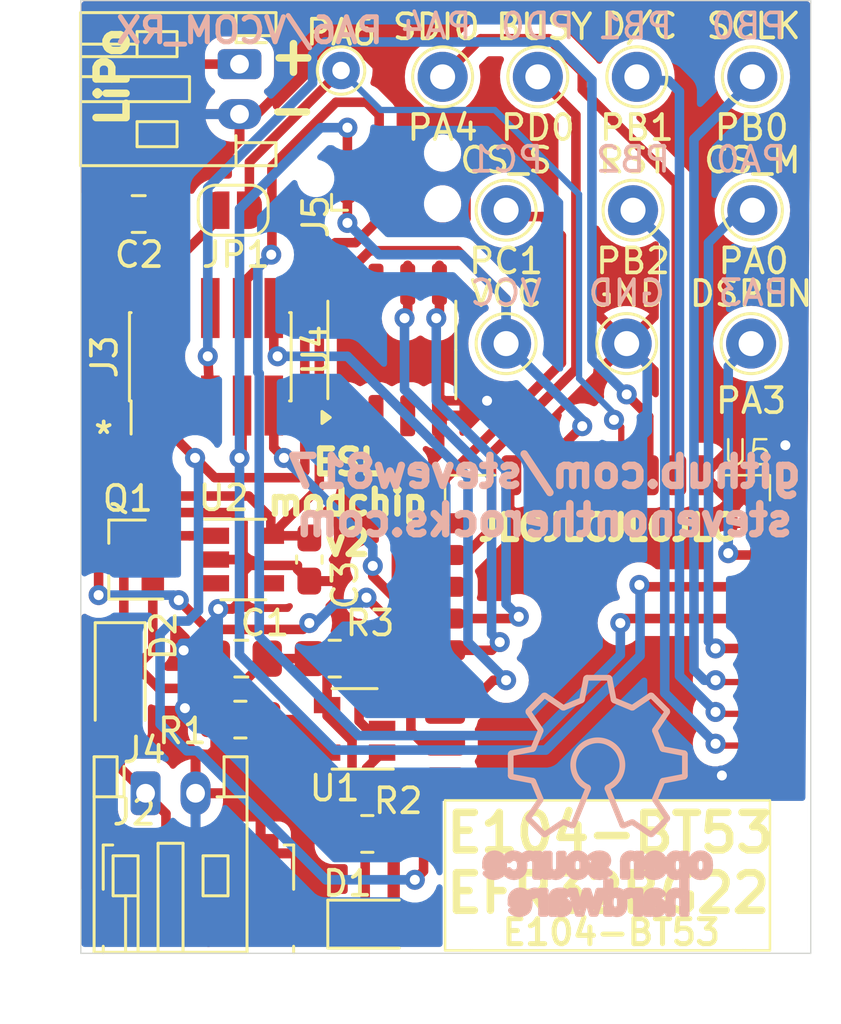
<source format=kicad_pcb>
(kicad_pcb (version 20240108) (generator "pcbnew") (generator_version "8.0")
  (title_block (title "Hardware mod for running OEPL on ESLs") (date "2024-06-16") (rev "2") (comment 1 "License: CERN-OHL-W-2.0"))
  (layers (0 "F.Cu" signal) (31 "B.Cu" signal) (34 "B.Paste" user) (35 "F.Paste" user) (36 "B.SilkS" user "B.Silkscreen") (37 "F.SilkS" user "F.Silkscreen") (38 "B.Mask" user) (39 "F.Mask" user) (44 "Edge.Cuts" user))
  (net 0 "")
  (net 1 "GND")
  (net 2 "+5V")
  (net 3 "+BATT")
  (net 4 "Net-(D1-K)")
  (net 5 "Net-(D1-A)")
  (net 6 "Net-(D2-K)")
  (net 10 "PTI_DATA")
  (net 11 "PTI_FRAME")
  (net 12 "SWCLK")
  (net 13 "SWDIO")
  (net 14 "SWO")
  (net 15 "VCOM_TX")
  (net 16 "VCOM_RX")
  (net 17 "nRST")
  (net 18 "VCC")
  (net 19 "Net-(U1-PROG)")
  (net 24 "Net-(U5-PD00)")
  (net 25 "Net-(U5-PB01)")
  (net 26 "Net-(U5-PA03)")
  (net 27 "Net-(J3-Pin_4)")
  (net 28 "Net-(U5-PA04)")
  (net 29 "Net-(U5-PA00)")
  (net 30 "Net-(U5-PD01)")
  (net 31 "Net-(U5-PB02)")
  (net 32 "Net-(U5-PB00)")
  (net 33 "F_SCK")
  (net 34 "F_MOSI")
  (net 35 "F_MISO")
  (net 36 "F_CS")
  (footprint "Capacitor_SMD:C_0805_2012Metric_Pad1.18x1.45mm_HandSolder" (layer "F.Cu") (at 142.0153 110.1344)
    (property "Reference" "C2")
    (property "Value" "4.7u")
  )
  (footprint "Connector_USB:USB_Micro-B_Molex_47346-0001" (layer "F.Cu") (at 144.406 137.0776)
    (property "Reference" "J2")
    (property "Value" "USB_B_Micro")
  )
  (footprint "TestPoint:TestPoint_THTPad_D2.0mm_Drill1.0mm" (layer "F.Cu") (at 166.5224 115.316)
    (property "Reference" "DSPEN")
    (property "Value" "TestPoint")
  )
  (footprint "TestPoint:TestPoint_THTPad_D2.0mm_Drill1.0mm" (layer "F.Cu") (at 156.718 109.982)
    (property "Reference" "CS_S")
    (property "Value" "TestPoint")
  )
  (footprint "TestPoint:TestPoint_THTPad_D2.0mm_Drill1.0mm" (layer "F.Cu") (at 154.178 104.648)
    (property "Reference" "SDIO")
    (property "Value" "TestPoint")
  )
  (footprint "TestPoint:TestPoint_THTPad_D2.0mm_Drill1.0mm" (layer "F.Cu") (at 157.988 104.648)
    (property "Reference" "BUSY")
    (property "Value" "TestPoint")
  )
  (footprint "TestPoint:TestPoint_THTPad_D2.0mm_Drill1.0mm" (layer "F.Cu") (at 161.798 109.982)
    (property "Reference" "RST")
    (property "Value" "TestPoint")
  )
  (footprint "TestPoint:TestPoint_THTPad_D2.0mm_Drill1.0mm" (layer "F.Cu") (at 161.9504 104.648)
    (property "Reference" "D/C")
    (property "Value" "TestPoint")
  )
  (footprint "TestPoint:TestPoint_THTPad_D2.0mm_Drill1.0mm" (layer "F.Cu") (at 166.5732 104.648)
    (property "Reference" "SCLK")
    (property "Value" "TestPoint")
  )
  (footprint "TestPoint:TestPoint_THTPad_D2.0mm_Drill1.0mm" (layer "F.Cu") (at 166.5732 109.982)
    (property "Reference" "CS_M")
    (property "Value" "TestPoint")
  )
  (footprint "Resistor_SMD:R_0805_2012Metric_Pad1.20x1.40mm_HandSolder" (layer "F.Cu") (at 149.86 127.9144)
    (property "Reference" "R3")
    (property "Value" "6k")
  )
  (footprint "TestPoint:TestPoint_THTPad_D2.0mm_Drill1.0mm" (layer "F.Cu") (at 156.718 115.316)
    (property "Reference" "VCC")
    (property "Value" "TestPoint")
  )
  (footprint "TestPoint:TestPoint_THTPad_D2.0mm_Drill1.0mm" (layer "F.Cu") (at 161.544 115.316)
    (property "Reference" "GND")
    (property "Value" "TestPoint")
  )
  (footprint "LED_SMD:LED_0805_2012Metric_Pad1.15x1.40mm_HandSolder" (layer "F.Cu") (at 151.4438 138.5316)
    (property "Reference" "D1")
    (property "Value" "LED")
  )
  (footprint "Package_TO_SOT_SMD:SOT-23-5" (layer "F.Cu") (at 146.2024 123.952)
    (property "Reference" "U2")
    (property "Value" "TPS70936")
  )
  (footprint "Connector_PinHeader_1.27mm:PinHeader_2x05_P1.27mm_Vertical_SMD" (layer "F.Cu") (at 144.8816 115.8436 90)
    (property "Reference" "J3")
    (property "Value" "Mini-Simplicity")
  )
  (footprint "Resistor_SMD:R_0805_2012Metric_Pad1.20x1.40mm_HandSolder" (layer "F.Cu") (at 146.0848 130.3528 180)
    (property "Reference" "R1")
    (property "Value" "2k2")
  )
  (footprint "Diode_SMD:D_SOD-123" (layer "F.Cu") (at 141.2748 128.7272 -90)
    (property "Reference" "D2")
    (property "Value" "SBR80520")
  )
  (footprint "Capacitor_SMD:C_0805_2012Metric_Pad1.18x1.45mm_HandSolder" (layer "F.Cu") (at 146.1223 127.9144 180)
    (property "Reference" "C1")
    (property "Value" "4.7u")
  )
  (footprint "Package_TO_SOT_SMD:SOT-23" (layer "F.Cu") (at 141.5796 123.952 180)
    (property "Reference" "Q1")
    (property "Value" "NVR1P02")
  )
  (footprint "Connector_JST:JST_PH_S2B-PH-K_1x02_P2.00mm_Horizontal" (layer "F.Cu") (at 142.2908 133.2992)
    (property "Reference" "J4")
    (property "Value" "PWR_IN")
  )
  (footprint "Resistor_SMD:R_0805_2012Metric_Pad1.20x1.40mm_HandSolder" (layer "F.Cu") (at 151.1648 134.9248)
    (property "Reference" "R2")
    (property "Value" "680R")
  )
  (footprint "Connector_JST:JST_PH_S2B-PH-K_1x02_P2.00mm_Horizontal" (layer "F.Cu") (at 146.05 104.14 -90)
    (property "Reference" "J1" (hide yes))
    (property "Value" "BAT")
  )
  (footprint "Package_TO_SOT_SMD:SOT-23-5" (layer "F.Cu") (at 150.6552 130.7236 180)
    (property "Reference" "U1")
    (property "Value" "MCP73831")
  )
  (footprint "Package_SO:SOP-8_3.9x4.9mm_P1.27mm" (layer "F.Cu") (at 152.146 115.57 90)
    (property "Reference" "U4")
    (property "Value" "MX25R1635FM1xx0")
  )
  (footprint "TestPoint:TestPoint_THTPad_D1.5mm_Drill0.7mm" (layer "F.Cu") (at 150.114 104.394)
    (property "Reference" "PA6")
    (property "Value" "TestPoint")
  )
  (footprint "Capacitor_SMD:C_0603_1608Metric_Pad1.08x0.95mm_HandSolder" (layer "F.Cu") (at 148.844 123.952 -90)
    (property "Reference" "C3")
    (property "Value" "100n")
  )
  (footprint "RF_Module:E104-BT53" (layer "F.Cu") (at 167.277 120.5815 180)
    (property "Reference" "U5")
    (property "Value" "E104-BT53")
  )
  (footprint "Connector:Tag-Connect_TC2030-IDC-NL_2x03_P1.27mm_Vertical" (layer "F.Cu") (at 151.638 108.712)
    (property "Reference" "J5")
    (property "Value" "Conn_ARM_SWD_TagConnect_TC2030-NL")
  )
  (footprint "Jumper:SolderJumper-2_P1.3mm_Open_RoundedPad1.0x1.5mm" (layer "F.Cu") (at 145.796 109.982)
    (property "Reference" "JP1")
    (property "Value" "SolderJumper_2_Open")
  )
  (gr_line (start 161.387924 136.02388) (end 161.387924 136.642736) (stroke (width 0.228599)) (layer "B.SilkS"))
  (gr_arc (start 160.372513 136.470377) (mid 160.342192 136.461298) (end 160.313571 136.447783) (stroke (width 0.228599)) (layer "B.SilkS"))
  (gr_arc (start 159.751526 135.739628) (mid 159.782397 135.758338) (end 159.811955 135.779059) (stroke (width 0.228599)) (layer "B.SilkS"))
  (gr_arc (start 159.020945 136.330725) (mid 159.019469 136.368165) (end 159.014665 136.405325) (stroke (width 0.228599)) (layer "B.SilkS"))
  (gr_line (start 160.223527 137.845365) (end 160.012658 137.193374) (stroke (width 0.228599)) (layer "B.SilkS"))
  (gr_line (start 161.943933 135.71187) (end 161.943933 135.811284) (stroke (width 0.228599)) (layer "B.SilkS"))
  (gr_line (start 161.943933 135.811284) (end 161.940491 135.811284) (stroke (width 0.228599)) (layer "B.SilkS"))
  (gr_line (start 158.11516 137.292787) (end 158.111718 137.292787) (stroke (width 0.228599)) (layer "B.SilkS"))
  (gr_arc (start 157.08285 137.575532) (mid 157.087706 137.528527) (end 157.099789 137.482842) (stroke (width 0.228599)) (layer "B.SilkS"))
  (gr_arc (start 157.769606 137.200582) (mid 157.818711 137.187136) (end 157.869422 137.182615) (stroke (width 0.228599)) (layer "B.SilkS"))
  (gr_arc (start 157.47575 137.729599) (mid 157.472323 137.780548) (end 157.460161 137.830142) (stroke (width 0.228599)) (layer "B.SilkS"))
  (gr_arc (start 163.370714 136.619927) (mid 163.314997 136.582124) (end 163.268502 136.533425) (stroke (width 0.228599)) (layer "B.SilkS"))
  (gr_arc (start 161.891437 135.941251) (mid 161.914655 135.970689) (end 161.930824 136.004515) (stroke (width 0.228599)) (layer "B.SilkS"))
  (gr_arc (start 164.324601 135.739628) (mid 164.362548 135.722262) (end 164.402658 135.710741) (stroke (width 0.228599)) (layer "B.SilkS"))
  (gr_arc (start 158.708938 136.653495) (mid 158.639143 136.647208) (end 158.572298 136.626167) (stroke (width 0.228599)) (layer "B.SilkS"))
  (gr_line (start 158.224423 129.399182) (end 157.621879 130.001725) (stroke (width 0.228599)) (layer "B.SilkS"))
  (gr_arc (start 159.811955 136.576837) (mid 159.782437 136.597416) (end 159.751526 136.615838) (stroke (width 0.228599)) (layer "B.SilkS"))
  (gr_arc (start 161.446159 137.89787) (mid 161.426839 137.959632) (end 161.393222 138.014928) (stroke (width 0.228599)) (layer "B.SilkS"))
  (gr_line (start 157.87797 136.642736) (end 158.06518 136.642736) (stroke (width 0.228599)) (layer "B.SilkS"))
  (gr_line (start 157.674914 137.254483) (end 157.810039 137.415868) (stroke (width 0.228599)) (layer "B.SilkS"))
  (gr_arc (start 158.059 137.416083) (mid 158.08408 137.443434) (end 158.101141 137.476388) (stroke (width 0.228599)) (layer "B.SilkS"))
  (gr_arc (start 160.537523 135.885521) (mid 160.563313 135.894494) (end 160.586191 135.909403) (stroke (width 0.228599)) (layer "B.SilkS"))
  (gr_arc (start 157.325591 135.811929) (mid 157.356391 135.842153) (end 157.38266 135.876388) (stroke (width 0.228599)) (layer "B.SilkS"))
  (gr_line (start 163.837166 131.69498) (end 163.001116 131.533684) (stroke (width 0.228599)) (layer "B.SilkS"))
  (gr_arc (start 162.810573 135.727093) (mid 162.877174 135.761024) (end 162.937585 135.805042) (stroke (width 0.228599)) (layer "B.SilkS"))
  (gr_arc (start 162.862911 137.888834) (mid 162.849472 137.909113) (end 162.832228 137.926274) (stroke (width 0.228599)) (layer "B.SilkS"))
  (gr_arc (start 164.78358 135.820321) (mid 164.829392 135.882522) (end 164.860829 135.953086) (stroke (width 0.228599)) (layer "B.SilkS"))
  (gr_line (start 163.389446 138.124239) (end 163.389446 137.569936) (stroke (width 0.228599)) (layer "B.SilkS"))
  (gr_line (start 160.09667 135.827636) (end 160.212433 135.964059) (stroke (width 0.228599)) (layer "B.SilkS"))
  (gr_arc (start 163.030702 135.950987) (mid 163.044751 136.002692) (end 163.053981 136.055471) (stroke (width 0.228599)) (layer "B.SilkS"))
  (gr_arc (start 162.874536 136.248096) (mid 162.871103 136.299045) (end 162.858936 136.348639) (stroke (width 0.228599)) (layer "B.SilkS"))
  (gr_arc (start 159.574452 135.701112) (mid 159.624163 135.703286) (end 159.673359 135.710741) (stroke (width 0.228599)) (layer "B.SilkS"))
  (gr_line (start 159.665782 137.845365) (end 159.661898 137.845365) (stroke (width 0.228599)) (layer "B.SilkS"))
  (gr_arc (start 163.205671 136.032272) (mid 163.20923 135.985508) (end 163.216 135.9391) (stroke (width 0.228599)) (layer "B.SilkS"))
  (gr_arc (start 156.612969 135.950987) (mid 156.627029 136.002692) (end 156.63627 136.055471) (stroke (width 0.228599)) (layer "B.SilkS"))
  (gr_arc (start 158.817072 136.632999) (mid 158.763964 136.648307) (end 158.708938 136.653495) (stroke (width 0.228599)) (layer "B.SilkS"))
  (gr_line (start 162.682299 130.763991) (end 163.159422 130.058761) (stroke (width 0.228599)) (layer "B.SilkS"))
  (gr_arc (start 157.026501 135.888316) (mid 157.080371 135.892332) (end 157.132514 135.906445) (stroke (width 0.228599)) (layer "B.SilkS"))
  (gr_arc (start 160.212433 135.964059) (mid 160.268149 135.929963) (end 160.327122 135.901873) (stroke (width 0.228599)) (layer "B.SilkS"))
  (gr_line (start 163.202237 137.505383) (end 163.202237 138.124239) (stroke (width 0.228599)) (layer "B.SilkS"))
  (gr_arc (start 156.924069 135.912631) (mid 156.973816 135.894283) (end 157.026502 135.888316) (stroke (width 0.228599)) (layer "B.SilkS"))
  (gr_arc (start 158.908164 137.962855) (mid 158.859231 137.962024) (end 158.810579 137.956722) (stroke (width 0.228599)) (layer "B.SilkS"))
  (gr_line (start 160.375542 136.267032) (end 160.540359 136.251539) (stroke (width 0.228599)) (layer "B.SilkS"))
  (gr_line (start 161.426056 134.588124) (end 161.746725 134.455299) (stroke (width 0.228599)) (layer "B.SilkS"))
  (gr_arc (start 161.831944 135.901551) (mid 161.863757 135.918305) (end 161.891437 135.941252) (stroke (width 0.228599)) (layer "B.SilkS"))
  (gr_arc (start 160.98239 137.925091) (mid 160.949158 137.894949) (end 160.929948 137.854405) (stroke (width 0.228599)) (layer "B.SilkS"))
  (gr_line (start 159.74797 138.124239) (end 159.74797 138.124239) (stroke (width 0.228599)) (layer "B.SilkS"))
  (gr_arc (start 155.99204 135.807409) (mid 156.050558 135.761747) (end 156.116506 135.727686) (stroke (width 0.228599)) (layer "B.SilkS"))
  (gr_arc (start 159.857621 135.820321) (mid 159.903437 135.882521) (end 159.934879 135.953086) (stroke (width 0.228599)) (layer "B.SilkS"))
  (gr_arc (start 157.35547 137.372995) (mid 157.388731 137.390671) (end 157.417662 137.414791) (stroke (width 0.228599)) (layer "B.SilkS"))
  (gr_arc (start 156.519874 135.805043) (mid 156.549437 135.834187) (end 156.574189 135.867513) (stroke (width 0.228599)) (layer "B.SilkS"))
  (gr_arc (start 160.732306 136.175581) (mid 160.691579 136.205687) (end 160.646234 136.228246) (stroke (width 0.228599)) (layer "B.SilkS"))
  (gr_arc (start 160.13691 136.177732) (mid 160.17454 136.141471) (end 160.220007 136.115708) (stroke (width 0.228599)) (layer "B.SilkS"))
  (gr_arc (start 160.261487 136.358268) (mid 160.263124 136.339787) (end 160.268621 136.322066) (stroke (width 0.228599)) (layer "B.SilkS"))
  (gr_arc (start 163.15397 130.001725) (mid 163.166946 130.029263) (end 163.159422 130.05876) (stroke (width 0.228599)) (layer "B.SilkS"))
  (gr_line (start 159.020945 136.330725) (end 159.020945 136.330725) (stroke (width 0.228599)) (layer "B.SilkS"))
  (gr_arc (start 161.804043 137.210158) (mid 161.86115 137.245187) (end 161.908293 137.292787) (stroke (width 0.228599)) (layer "B.SilkS"))
  (gr_arc (start 160.90348 137.292787) (mid 160.955946 137.249193) (end 161.013872 137.213169) (stroke (width 0.228599)) (layer "B.SilkS"))
  (gr_arc (start 159.725057 136.398723) (mid 159.697807 136.428598) (end 159.663526 136.450043) (stroke (width 0.228599)) (layer "B.SilkS"))
  (gr_arc (start 156.896081 137.575532) (mid 156.902674 137.493245) (end 156.924808 137.413717) (stroke (width 0.228599)) (layer "B.SilkS"))
  (gr_arc (start 156.37285 136.63031) (mid 156.30324 136.647635) (end 156.231747 136.653496) (stroke (width 0.228599)) (layer "B.SilkS"))
  (gr_arc (start 158.993327 137.190655) (mid 159.035305 137.200689) (end 159.075791 137.215645) (stroke (width 0.228599)) (layer "B.SilkS"))
  (gr_arc (start 157.099789 137.482842) (mid 157.117237 137.446544) (end 157.142012 137.414791) (stroke (width 0.228599)) (layer "B.SilkS"))
  (gr_arc (start 156.231747 136.653495) (mid 156.139715 136.644943) (end 156.050983 136.619066) (stroke (width 0.228599)) (layer "B.SilkS"))
  (gr_line (start 157.616428 130.058761) (end 158.093551 130.763991) (stroke (width 0.228599)) (layer "B.SilkS"))
  (gr_arc (start 162.70184 137.962855) (mid 162.652907 137.962024) (end 162.604255 137.956722) (stroke (width 0.228599)) (layer "B.SilkS"))
  (gr_arc (start 162.858935 136.348639) (mid 162.839916 136.387403) (end 162.812134 136.420456) (stroke (width 0.228599)) (layer "B.SilkS"))
  (gr_arc (start 157.253648 136.051478) (mid 157.265505 136.114417) (end 157.268797 136.178379) (stroke (width 0.228599)) (layer "B.SilkS"))
  (gr_arc (start 157.629358 137.900937) (mid 157.611243 137.943811) (end 157.587327 137.983741) (stroke (width 0.228599)) (layer "B.SilkS"))
  (gr_line (start 160.813987 128.679511) (end 159.961862 128.679511) (stroke (width 0.228599)) (layer "B.SilkS"))
  (gr_arc (start 156.844029 135.746729) (mid 156.887604 135.726677) (end 156.933433 135.712515) (stroke (width 0.228599)) (layer "B.SilkS"))
  (gr_arc (start 163.515031 135.89402) (mid 163.544609 135.889594) (end 163.574488 135.888316) (stroke (width 0.228599)) (layer "B.SilkS"))
  (gr_arc (start 162.323569 135.932214) (mid 162.359632 135.86496) (end 162.409748 135.807409) (stroke (width 0.228599)) (layer "B.SilkS"))
  (gr_line (start 158.70374 137.800608) (end 158.70374 137.732183) (stroke (width 0.228599)) (layer "B.SilkS"))
  (gr_arc (start 162.877206 137.599093) (mid 162.926665 137.62341) (end 162.969089 137.658591) (stroke (width 0.228599)) (layer "B.SilkS"))
  (gr_arc (start 158.991647 137.741033) (mid 159.017407 137.749641) (end 159.041141 137.762847) (stroke (width 0.228599)) (layer "B.SilkS"))
  (gr_arc (start 163.268502 136.533425) (mid 163.235408 136.478192) (end 163.216 136.416798) (stroke (width 0.228599)) (layer "B.SilkS"))
  (gr_arc (start 161.012688 138.108101) (mid 160.953889 138.073433) (end 160.90348 138.027409) (stroke (width 0.228599)) (layer "B.SilkS"))
  (gr_arc (start 164.78358 136.535146) (mid 164.76175 136.557094) (end 164.737908 136.576837) (stroke (width 0.228599)) (layer "B.SilkS"))
  (gr_arc (start 163.438332 135.709717) (mid 163.477758 135.703129) (end 163.51768 135.701112) (stroke (width 0.228599)) (layer "B.SilkS"))
  (gr_line (start 164.303729 136.178379) (end 164.306313 136.091875) (stroke (width 0.228599)) (layer "B.SilkS"))
  (gr_arc (start 159.857621 136.535146) (mid 159.835794 136.557094) (end 159.811955 136.576837) (stroke (width 0.228599)) (layer "B.SilkS"))
  (gr_line (start 161.086806 137.369819) (end 161.086806 137.369819) (stroke (width 0.228599)) (layer "B.SilkS"))
  (gr_arc (start 163.63373 135.894208) (mid 163.657454 135.901205) (end 163.679765 135.91188) (stroke (width 0.228599)) (layer "B.SilkS"))
  (gr_line (start 163.15397 130.001725) (end 162.551427 129.399182) (stroke (width 0.228599)) (layer "B.SilkS"))
  (gr_arc (start 160.929949 137.854405) (mid 160.909945 137.75698) (end 160.90348 137.657732) (stroke (width 0.228599)) (layer "B.SilkS"))
  (gr_arc (start 163.389435 136.178379) (mid 163.395625 136.078028) (end 163.415901 135.979552) (stroke (width 0.228599)) (layer "B.SilkS"))
  (gr_arc (start 164.411965 136.450043) (mid 164.377443 136.428539) (end 164.349779 136.398724) (stroke (width 0.228599)) (layer "B.SilkS"))
  (gr_arc (start 161.62763 135.941251) (mid 161.655078 135.918376) (end 161.6866 135.901551) (stroke (width 0.228599)) (layer "B.SilkS"))
  (gr_arc (start 159.069235 137.888834) (mid 159.055796 137.909113) (end 159.038552 137.926274) (stroke (width 0.228599)) (layer "B.SilkS"))
  (gr_arc (start 158.478045 136.35149) (mid 158.467873 136.309822) (end 158.464935 136.267032) (stroke (width 0.228599)) (layer "B.SilkS"))
  (gr_line (start 158.70374 138.127682) (end 158.70374 138.127682) (stroke (width 0.228599)) (layer "B.SilkS"))
  (gr_arc (start 160.604259 136.447999) (mid 160.52622 136.470736) (end 160.445253 136.477909) (stroke (width 0.228599)) (layer "B.SilkS"))
  (gr_arc (start 159.197223 136.309154) (mid 159.192642 136.242765) (end 159.191411 136.176229) (stroke (width 0.228599)) (layer "B.SilkS"))
  (gr_line (start 159.876237 137.193374) (end 159.665782 137.845365) (stroke (width 0.228599)) (layer "B.SilkS"))
  (gr_arc (start 156.33652 135.891492) (mid 156.369781 135.909168) (end 156.398712 135.933288) (stroke (width 0.228599)) (layer "B.SilkS"))
  (gr_arc (start 160.776806 133.117658) (mid 160.77661 133.084127) (end 160.799654 133.059769) (stroke (width 0.228599)) (layer "B.SilkS"))
  (gr_line (start 158.06518 136.642736) (end 158.06518 136.642736) (stroke (width 0.228599)) (layer "B.SilkS"))
  (gr_arc (start 162.741126 136.463545) (mid 162.697639 136.474571) (end 162.652901 136.477909) (stroke (width 0.228599)) (layer "B.SilkS"))
  (gr_line (start 160.869581 136.487807) (end 160.738751 136.358268) (stroke (width 0.228599)) (layer "B.SilkS"))
  (gr_arc (start 157.674914 137.254483) (mid 157.720169 137.223858) (end 157.769607 137.200581) (stroke (width 0.228599)) (layer "B.SilkS"))
  (gr_arc (start 164.860829 136.402381) (mid 164.829392 136.472945) (end 164.78358 136.535146) (stroke (width 0.228599)) (layer "B.SilkS"))
  (gr_arc (start 156.440771 136.001339) (mid 156.452473 136.047046) (end 156.456801 136.094029) (stroke (width 0.228599)) (layer "B.SilkS"))
  (gr_arc (start 156.933434 135.712515) (mid 156.98328 135.703844) (end 157.0338 135.701112) (stroke (width 0.228599)) (layer "B.SilkS"))
  (gr_line (start 160.90348 137.292787) (end 160.90348 136.817671) (stroke (width 0.228599)) (layer "B.SilkS"))
  (gr_line (start 161.943933 136.642736) (end 162.131143 136.642736) (stroke (width 0.228599)) (layer "B.SilkS"))
  (gr_arc (start 161.668173 137.381332) (mid 161.698848 137.372773) (end 161.730558 137.369819) (stroke (width 0.228599)) (layer "B.SilkS"))
  (gr_arc (start 158.70374 137.479562) (mid 158.706171 137.451885) (end 158.715032 137.425553) (stroke (width 0.228599)) (layer "B.SilkS"))
  (gr_arc (start 163.679766 135.911879) (mid 163.713071 135.941969) (end 163.732216 135.982566) (stroke (width 0.228599)) (layer "B.SilkS"))
  (gr_arc (start 162.790914 137.373692) (mid 162.827631 137.397408) (end 162.854621 137.431791) (stroke (width 0.228599)) (layer "B.SilkS"))
  (gr_arc (start 162.498563 136.001339) (mid 162.516014 135.96504) (end 162.540792 135.933289) (stroke (width 0.228599)) (layer "B.SilkS"))
  (gr_arc (start 157.863951 135.994885) (mid 157.874945 136.038446) (end 157.877971 136.083271) (stroke (width 0.228599)) (layer "B.SilkS"))
  (gr_arc (start 159.976197 133.05977) (mid 159.99924 133.084129) (end 159.999043 133.117659) (stroke (width 0.228599)) (layer "B.SilkS"))
  (gr_arc (start 163.468781 136.444502) (mid 163.435484 136.415867) (end 163.415901 136.376559) (stroke (width 0.228599)) (layer "B.SilkS"))
  (gr_arc (start 159.07579 137.215645) (mid 159.146759 137.258969) (end 159.204251 137.319038) (stroke (width 0.228599)) (layer "B.SilkS"))
  (gr_arc (start 157.572849 135.934365) (mid 157.602373 135.914859) (end 157.634408 135.899829) (stroke (width 0.228599)) (layer "B.SilkS"))
  (gr_arc (start 158.093551 130.763991) (mid 158.10105 130.784667) (end 158.097854 130.806428) (stroke (width 0.228599)) (layer "B.SilkS"))
  (gr_arc (start 163.370714 135.735541) (mid 163.403619 135.720262) (end 163.438332 135.709717) (stroke (width 0.228599)) (layer "B.SilkS"))
  (gr_arc (start 156.184786 135.891492) (mid 156.221785 135.880849) (end 156.260143 135.877558) (stroke (width 0.228599)) (layer "B.SilkS"))
  (gr_arc (start 161.028112 137.942762) (mid 161.004544 137.935757) (end 160.982391 137.925091) (stroke (width 0.228599)) (layer "B.SilkS"))
  (gr_line (start 157.774733 131.533684) (end 156.938684 131.69498) (stroke (width 0.228599)) (layer "B.SilkS"))
  (gr_line (start 159.380357 136.264559) (end 159.377768 136.178379) (stroke (width 0.228599)) (layer "B.SilkS"))
  (gr_arc (start 163.405944 137.203217) (mid 163.458249 137.187863) (end 163.512508 137.182615) (stroke (width 0.228599)) (layer "B.SilkS"))
  (gr_arc (start 158.833735 136.267032) (mid 158.830797 136.309822) (end 158.820625 136.35149) (stroke (width 0.228599)) (layer "B.SilkS"))
  (gr_arc (start 164.69428 136.263482) (mid 164.691796 136.292073) (end 164.687179 136.320397) (stroke (width 0.228599)) (layer "B.SilkS"))
  (gr_arc (start 161.606615 137.415868) (mid 161.636139 137.396362) (end 161.668174 137.381332) (stroke (width 0.228599)) (layer "B.SilkS"))
  (gr_arc (start 156.116507 135.727686) (mid 156.187057 135.707545) (end 156.260144 135.701112) (stroke (width 0.228599)) (layer "B.SilkS"))
  (gr_arc (start 164.65103 136.398723) (mid 164.623775 136.428599) (end 164.589488 136.450043) (stroke (width 0.228599)) (layer "B.SilkS"))
  (gr_line (start 159.917677 128.715986) (end 159.756381 129.552036) (stroke (width 0.228599)) (layer "B.SilkS"))
  (gr_arc (start 161.393221 138.014928) (mid 161.347454 138.063794) (end 161.292083 138.10143) (stroke (width 0.228599)) (layer "B.SilkS"))
  (gr_arc (start 156.126202 136.455422) (mid 156.075266 136.426244) (end 156.030766 136.387962) (stroke (width 0.228599)) (layer "B.SilkS"))
  (gr_arc (start 161.758459 135.888316) (mid 161.795834 135.891421) (end 161.831944 135.90155) (stroke (width 0.228599)) (layer "B.SilkS"))
  (gr_arc (start 158.224423 129.399182) (mid 158.251961 129.386206) (end 158.281459 129.39373) (stroke (width 0.228599)) (layer "B.SilkS"))
  (gr_line (start 156.938684 132.635475) (end 157.774733 132.796771) (stroke (width 0.228599)) (layer "B.SilkS"))
  (gr_arc (start 162.957466 138.056243) (mid 162.912064 138.091728) (end 162.859881 138.11617) (stroke (width 0.228599)) (layer "B.SilkS"))
  (gr_arc (start 161.393221 137.303545) (mid 161.426675 137.358915) (end 161.446159 137.420603) (stroke (width 0.228599)) (layer "B.SilkS"))
  (gr_arc (start 158.781238 136.414646) (mid 158.753534 136.437422) (end 158.721745 136.454024) (stroke (width 0.228599)) (layer "B.SilkS"))
  (gr_arc (start 163.216 135.9391) (mid 163.235527 135.877555) (end 163.268502 135.822042) (stroke (width 0.228599)) (layer "B.SilkS"))
  (gr_arc (start 157.20823 135.960831) (mid 157.235791 136.003724) (end 157.253648 136.051478) (stroke (width 0.228599)) (layer "B.SilkS"))
  (gr_arc (start 159.958318 136.176228) (mid 159.957075 136.242765) (end 159.952451 136.309153) (stroke (width 0.228599)) (layer "B.SilkS"))
  (gr_line (start 157.87797 135.811284) (end 157.874527 135.811284) (stroke (width 0.228599)) (layer "B.SilkS"))
  (gr_arc (start 164.314058 136.320829) (mid 164.309028 136.292853) (end 164.306313 136.264559) (stroke (width 0.228599)) (layer "B.SilkS"))
  (gr_arc (start 157.38266 136.479765) (mid 157.356393 136.513782) (end 157.325591 136.543754) (stroke (width 0.228599)) (layer "B.SilkS"))
  (gr_line (start 160.306156 138.124239) (end 160.603537 137.193374) (stroke (width 0.228599)) (layer "B.SilkS"))
  (gr_arc (start 164.884282 136.176228) (mid 164.883041 136.242765) (end 164.878418 136.309153) (stroke (width 0.228599)) (layer "B.SilkS"))
  (gr_arc (start 164.402658 135.710741) (mid 164.451271 135.703297) (end 164.500403 135.701112) (stroke (width 0.228599)) (layer "B.SilkS"))
  (gr_arc (start 162.87313 137.845365) (mid 162.87061 137.867708) (end 162.862912 137.888833) (stroke (width 0.228599)) (layer "B.SilkS"))
  (gr_arc (start 156.902208 131.739165) (mid 156.912505 131.710517) (end 156.938684 131.69498) (stroke (width 0.228599)) (layer "B.SilkS"))
  (gr_line (start 159.377768 136.178379) (end 159.377768 136.178379) (stroke (width 0.228599)) (layer "B.SilkS"))
  (gr_arc (start 157.38266 135.876387) (mid 157.405566 135.916416) (end 157.423396 135.95895) (stroke (width 0.228599)) (layer "B.SilkS"))
  (gr_line (start 163.758252 136.544184) (end 163.758246 137.292787) (stroke (width 0.228599)) (layer "B.SilkS"))
  (gr_arc (start 162.543913 136.455422) (mid 162.49298 136.426244) (end 162.448482 136.387962) (stroke (width 0.228599)) (layer "B.SilkS"))
  (gr_arc (start 160.869581 136.487807) (mid 160.779808 136.558796) (end 160.678515 136.612073) (stroke (width 0.228599)) (layer "B.SilkS"))
  (gr_line (start 164.884282 136.176228) (end 164.884282 136.176228) (stroke (width 0.228599)) (layer "B.SilkS"))
  (gr_arc (start 162.742493 137.362719) (mid 162.766966 137.367043) (end 162.790913 137.373692) (stroke (width 0.228599)) (layer "B.SilkS"))
  (gr_arc (start 163.268502 135.822042) (mid 163.315209 135.773593) (end 163.370714 135.73554) (stroke (width 0.228599)) (layer "B.SilkS"))
  (gr_line (start 160.71627 136.817671) (end 160.71627 138.124239) (stroke (width 0.228599)) (layer "B.SilkS"))
  (gr_arc (start 156.610408 136.419434) (mid 156.592293 136.462308) (end 156.568377 136.502238) (stroke (width 0.228599)) (layer "B.SilkS"))
  (gr_arc (start 159.214658 135.953086) (mid 159.245944 135.882506) (end 159.291696 135.82032) (stroke (width 0.228599)) (layer "B.SilkS"))
  (gr_arc (start 164.140623 135.953086) (mid 164.171907 135.882506) (end 164.217658 135.820321) (stroke (width 0.228599)) (layer "B.SilkS"))
  (gr_arc (start 163.415901 136.376559) (mid 163.395602 136.278413) (end 163.389435 136.178379) (stroke (width 0.228599)) (layer "B.SilkS"))
  (gr_line (start 160.71627 138.124239) (end 160.90348 138.124239) (stroke (width 0.228599)) (layer "B.SilkS"))
  (gr_arc (start 158.948817 137.362719) (mid 158.97329 137.367043) (end 158.997237 137.373692) (stroke (width 0.228599)) (layer "B.SilkS"))
  (gr_line (start 156.837144 136.369029) (end 156.837144 136.369029) (stroke (width 0.228599)) (layer "B.SilkS"))
  (gr_arc (start 162.534228 135.727686) (mid 162.604777 135.707545) (end 162.677862 135.701112) (stroke (width 0.228599)) (layer "B.SilkS"))
  (gr_arc (start 159.398645 136.615839) (mid 159.367534 136.597415) (end 159.337803 136.576838) (stroke (width 0.228599)) (layer "B.SilkS"))
  (gr_arc (start 163.053981 136.055472) (mid 163.059959 136.118087) (end 163.061743 136.180961) (stroke (width 0.228599)) (layer "B.SilkS"))
  (gr_arc (start 162.937584 135.805043) (mid 162.967148 135.834186) (end 162.991901 135.867513) (stroke (width 0.228599)) (layer "B.SilkS"))
  (gr_line (start 158.70374 137.800608) (end 158.70374 137.800608) (stroke (width 0.228599)) (layer "B.SilkS"))
  (gr_arc (start 157.187463 136.62606) (mid 157.111879 136.646761) (end 157.033801 136.653496) (stroke (width 0.228599)) (layer "B.SilkS"))
  (gr_line (start 157.47575 137.575532) (end 157.47575 137.575532) (stroke (width 0.228599)) (layer "B.SilkS"))
  (gr_arc (start 164.599331 135.710741) (mid 164.639509 135.722218) (end 164.677495 135.739628) (stroke (width 0.228599)) (layer "B.SilkS"))
  (gr_arc (start 161.665997 137.182615) (mid 161.736505 137.188942) (end 161.804042 137.210158) (stroke (width 0.228599)) (layer "B.SilkS"))
  (gr_arc (start 156.441211 136.348639) (mid 156.422195 136.387402) (end 156.394416 136.420455) (stroke (width 0.228599)) (layer "B.SilkS"))
  (gr_arc (start 157.135457 137.209189) (mid 157.206007 137.189048) (end 157.279094 137.182615) (stroke (width 0.228599)) (layer "B.SilkS"))
  (gr_line (start 161.911736 137.193374) (end 161.911736 137.292787) (stroke (width 0.228599)) (layer "B.SilkS"))
  (gr_arc (start 161.686599 135.901551) (mid 161.721886 135.891444) (end 161.758459 135.888316) (stroke (width 0.228599)) (layer "B.SilkS"))
  (gr_arc (start 157.145152 137.936926) (mid 157.094216 137.907748) (end 157.049715 137.869466) (stroke (width 0.228599)) (layer "B.SilkS"))
  (gr_arc (start 157.632232 135.701112) (mid 157.70274 135.707439) (end 157.770277 135.728655) (stroke (width 0.228599)) (layer "B.SilkS"))
  (gr_arc (start 161.292083 138.10143) (mid 161.258946 138.116355) (end 161.224079 138.126606) (stroke (width 0.228599)) (layer "B.SilkS"))
  (gr_arc (start 157.654559 137.793843) (mid 157.644632 137.848019) (end 157.629357 137.900936) (stroke (width 0.228599)) (layer "B.SilkS"))
  (gr_arc (start 157.593139 137.349016) (mid 157.615131 137.389545) (end 157.631919 137.432491) (stroke (width 0.228599)) (layer "B.SilkS"))
  (gr_line (start 161.471489 137.254483) (end 161.606615 137.415868) (stroke (width 0.228599)) (layer "B.SilkS"))
  (gr_arc (start 158.007467 137.210158) (mid 158.064574 137.245187) (end 158.111717 137.292787) (stroke (width 0.228599)) (layer "B.SilkS"))
  (gr_arc (start 160.220007 136.115708) (mid 160.248044 136.105361) (end 160.276938 136.097728) (stroke (width 0.228599)) (layer "B.SilkS"))
  (gr_arc (start 156.260144 135.701112) (mid 156.327746 135.707712) (end 156.392846 135.727093) (stroke (width 0.228599)) (layer "B.SilkS"))
  (gr_line (start 160.498191 136.077674) (end 160.344116 136.088432) (stroke (width 0.228599)) (layer "B.SilkS"))
  (gr_arc (start 156.698988 135.862495) (mid 156.766299 135.798085) (end 156.844029 135.746729) (stroke (width 0.228599)) (layer "B.SilkS"))
  (gr_arc (start 164.599331 136.644081) (mid 164.550112 136.651371) (end 164.500402 136.653495) (stroke (width 0.228599)) (layer "B.SilkS"))
  (gr_arc (start 157.069932 138.10057) (mid 157.027342 138.080215) (end 156.987744 138.054521) (stroke (width 0.228599)) (layer "B.SilkS"))
  (gr_line (start 157.47575 137.575532) (end 157.08285 137.575532) (stroke (width 0.228599)) (layer "B.SilkS"))
  (gr_arc (start 162.779842 137.953709) (mid 162.741151 137.960922) (end 162.70184 137.962854) (stroke (width 0.228599)) (layer "B.SilkS"))
  (gr_line (start 161.019468 129.552036) (end 160.858173 128.715986) (stroke (width 0.228599)) (layer "B.SilkS"))
  (gr_line (start 162.497416 137.578113) (end 162.497416 137.479562) (stroke (width 0.228599)) (layer "B.SilkS"))
  (gr_arc (start 157.413366 137.901959) (mid 157.380035 137.927083) (end 157.34236 137.945049) (stroke (width 0.228599)) (layer "B.SilkS"))
  (gr_arc (start 156.394416 136.420456) (mid 156.361085 136.44558) (end 156.32341 136.463546) (stroke (width 0.228599)) (layer "B.SilkS"))
  (gr_arc (start 160.70906 135.773842) (mid 160.752137 135.814008) (end 160.783619 135.863786) (stroke (width 0.228599)) (layer "B.SilkS"))
  (gr_arc (start 164.878419 136.045559) (mid 164.883036 136.110818) (end 164.884283 136.176228) (stroke (width 0.228599)) (layer "B.SilkS"))
  (gr_line (start 162.874536 136.094029) (end 162.874536 136.094029) (stroke (width 0.228599)) (layer "B.SilkS"))
  (gr_arc (start 160.98239 137.393382) (mid 161.004543 137.382716) (end 161.028111 137.37571) (stroke (width 0.228599)) (layer "B.SilkS"))
  (gr_arc (start 158.921935 137.732183) (mid 158.957034 137.734689) (end 158.991646 137.741032) (stroke (width 0.228599)) (layer "B.SilkS"))
  (gr_arc (start 157.0338 136.653495) (mid 156.983285 136.650789) (end 156.933433 136.642198) (stroke (width 0.228599)) (layer "B.SilkS"))
  (gr_arc (start 160.614753 136.019308) (mid 160.606198 136.03376) (end 160.595225 136.046473) (stroke (width 0.228599)) (layer "B.SilkS"))
  (gr_line (start 155.877131 136.248096) (end 155.877131 136.248096) (stroke (width 0.228599)) (layer "B.SilkS"))
  (gr_arc (start 161.591631 135.721714) (mid 161.643936 135.70636) (end 161.698195 135.701112) (stroke (width 0.228599)) (layer "B.SilkS"))
  (gr_line (start 157.87797 136.083271) (end 157.87797 136.642736) (stroke (width 0.228599)) (layer "B.SilkS"))
  (gr_line (start 159.48375 137.193374) (end 159.285358 137.193374) (stroke (width 0.228599)) (layer "B.SilkS"))
  (gr_arc (start 158.572297 136.626167) (mid 158.51562 136.591391) (end 158.468791 136.544183) (stroke (width 0.228599)) (layer "B.SilkS"))
  (gr_arc (start 158.281459 134.936725) (mid 158.251961 134.944249) (end 158.224423 134.931273) (stroke (width 0.228599)) (layer "B.SilkS"))
  (gr_line (start 160.90348 138.124239) (end 160.90348 138.027408) (stroke (width 0.228599)) (layer "B.SilkS"))
  (gr_line (start 163.202237 138.124239) (end 163.389446 138.124239) (stroke (width 0.228599)) (layer "B.SilkS"))
  (gr_arc (start 157.810039 137.415868) (mid 157.839563 137.396361) (end 157.871598 137.381332) (stroke (width 0.228599)) (layer "B.SilkS"))
  (gr_line (start 158.281459 134.936725) (end 158.986688 134.459602) (stroke (width 0.228599)) (layer "B.SilkS"))
  (gr_arc (start 162.864095 137.797625) (mid 162.871355 137.820976) (end 162.873129 137.845365) (stroke (width 0.228599)) (layer "B.SilkS"))
  (gr_arc (start 161.14404 137.182615) (mid 161.184306 137.184628) (end 161.22408 137.191219) (stroke (width 0.228599)) (layer "B.SilkS"))
  (gr_arc (start 164.500403 136.653495) (mid 164.451283 136.65136) (end 164.402659 136.644081) (stroke (width 0.228599)) (layer "B.SilkS"))
  (gr_arc (start 164.500403 135.888316) (mid 164.545863 135.892092) (end 164.589488 135.905423) (stroke (width 0.228599)) (layer "B.SilkS"))
  (gr_arc (start 164.878419 136.309154) (mid 164.871965 136.356209) (end 164.860828 136.402381) (stroke (width 0.228599)) (layer "B.SilkS"))
  (gr_line (start 163.873641 132.59129) (end 163.873641 131.739165) (stroke (width 0.228599)) (layer "B.SilkS"))
  (gr_line (start 156.456801 136.094029) (end 156.0639 136.094029) (stroke (width 0.228599)) (layer "B.SilkS"))
  (gr_arc (start 157.770277 135.728655) (mid 157.827384 135.763684) (end 157.874527 135.811284) (stroke (width 0.228599)) (layer "B.SilkS"))
  (gr_arc (start 157.01099 137.288912) (mid 157.069508 137.24325) (end 157.135457 137.209189) (stroke (width 0.228599)) (layer "B.SilkS"))
  (gr_arc (start 163.053336 136.31234) (mid 163.043402 136.366516) (end 163.028121 136.419433) (stroke (width 0.228599)) (layer "B.SilkS"))
  (gr_line (start 158.097854 130.806427) (end 157.807783 131.506719) (stroke (width 0.228599)) (layer "B.SilkS"))
  (gr_arc (start 158.74679 137.934881) (mid 158.736433 137.92611) (end 158.727951 137.915515) (stroke (width 0.228599)) (layer "B.SilkS"))
  (gr_arc (start 159.380357 136.091875) (mid 159.383066 136.063528) (end 159.388097 136.0355) (stroke (width 0.228599)) (layer "B.SilkS"))
  (gr_arc (start 160.348468 135.709717) (mid 160.404866 135.703108) (end 160.461614 135.701113) (stroke (width 0.228599)) (layer "B.SilkS"))
  (gr_arc (start 159.07042 137.797625) (mid 159.07768 137.820976) (end 159.079454 137.845365) (stroke (width 0.228599)) (layer "B.SilkS"))
  (gr_arc (start 159.175413 137.658591) (mid 159.207713 137.700098) (end 159.231243 137.747136) (stroke (width 0.228599)) (layer "B.SilkS"))
  (gr_line (start 160.405558 137.193374) (end 160.22697 137.845365) (stroke (width 0.228599)) (layer "B.SilkS"))
  (gr_arc (start 159.388096 136.320829) (mid 159.383069 136.292853) (end 159.380356 136.264559) (stroke (width 0.228599)) (layer "B.SilkS"))
  (gr_arc (start 161.146464 137.375482) (mid 161.170309 137.382188) (end 161.192846 137.392468) (stroke (width 0.228599)) (layer "B.SilkS"))
  (gr_arc (start 161.192846 137.392468) (mid 161.226197 137.421085) (end 161.245811 137.460411) (stroke (width 0.228599)) (layer "B.SilkS"))
  (gr_arc (start 158.72795 137.915515) (mid 158.720221 137.901567) (end 158.714509 137.88668) (stroke (width 0.228599)) (layer "B.SilkS"))
  (gr_arc (start 159.398645 135.739628) (mid 159.436592 135.722262) (end 159.476702 135.710741) (stroke (width 0.228599)) (layer "B.SilkS"))
  (gr_arc (start 161.588244 136.004514) (mid 161.604413 135.970688) (end 161.627631 135.941251) (stroke (width 0.228599)) (layer "B.SilkS"))
  (gr_arc (start 157.279094 137.359061) (mid 157.317955 137.362341) (end 157.355471 137.372995) (stroke (width 0.228599)) (layer "B.SilkS"))
  (gr_line (start 158.70374 137.578113) (end 158.70374 137.479562) (stroke (width 0.228599)) (layer "B.SilkS"))
  (gr_arc (start 161.086806 137.948653) (mid 161.057296 137.947331) (end 161.028112 137.942763) (stroke (width 0.228599)) (layer "B.SilkS"))
  (gr_line (start 162.874536 136.094029) (end 162.481619 136.094029) (stroke (width 0.228599)) (layer "B.SilkS"))
  (gr_line (start 162.316238 138.127682) (end 162.497416 138.127682) (stroke (width 0.228599)) (layer "B.SilkS"))
  (gr_arc (start 158.820625 136.35149) (mid 158.804491 136.385288) (end 158.781238 136.414646) (stroke (width 0.228599)) (layer "B.SilkS"))
  (gr_arc (start 158.097854 133.524028) (mid 158.101049 133.545789) (end 158.09355 133.566465) (stroke (width 0.228599)) (layer "B.SilkS"))
  (gr_arc (start 159.337803 135.779059) (mid 159.367574 135.75834) (end 159.398645 135.739629) (stroke (width 0.228599)) (layer "B.SilkS"))
  (gr_line (start 159.060945 137.431791) (end 159.204251 137.319038) (stroke (width 0.228599)) (layer "B.SilkS"))
  (gr_arc (start 162.869466 137.215645) (mid 162.940435 137.258969) (end 162.997927 137.319038) (stroke (width 0.228599)) (layer "B.SilkS"))
  (gr_line (start 163.001116 132.796771) (end 163.837166 132.635475) (stroke (width 0.228599)) (layer "B.SilkS"))
  (gr_arc (start 163.63373 136.461286) (mid 163.604269 136.465835) (end 163.574488 136.46715) (stroke (width 0.228599)) (layer "B.SilkS"))
  (gr_line (start 162.294841 136.094029) (end 162.294841 136.248096) (stroke (width 0.228599)) (layer "B.SilkS"))
  (gr_line (start 156.698988 135.862495) (end 156.837144 135.985579) (stroke (width 0.228599)) (layer "B.SilkS"))
  (gr_line (start 163.159422 134.271694) (end 162.682299 133.566464) (stroke (width 0.228599)) (layer "B.SilkS"))
  (gr_arc (start 162.692365 137.183475) (mid 162.73986 137.184735) (end 162.787002 137.190655) (stroke (width 0.228599)) (layer "B.SilkS"))
  (gr_arc (start 162.927256 136.560753) (mid 162.861368 136.600362) (end 162.790563 136.63031) (stroke (width 0.228599)) (layer "B.SilkS"))
  (gr_line (start 156.902208 131.739165) (end 156.902208 132.59129) (stroke (width 0.228599)) (layer "B.SilkS"))
  (gr_arc (start 161.22408 138.126606) (mid 161.184294 138.133035) (end 161.14404 138.134998) (stroke (width 0.228599)) (layer "B.SilkS"))
  (gr_line (start 162.497416 137.800608) (end 162.497416 137.732183) (stroke (width 0.228599)) (layer "B.SilkS"))
  (gr_arc (start 159.041141 137.762847) (mid 159.058059 137.778317) (end 159.070419 137.797625) (stroke (width 0.228599)) (layer "B.SilkS"))
  (gr_arc (start 162.683331 137.359061) (mid 162.712974 137.359894) (end 162.742493 137.362719) (stroke (width 0.228599)) (layer "B.SilkS"))
  (gr_arc (start 163.202237 137.505383) (mid 163.203724 137.468116) (end 163.208544 137.431133) (stroke (width 0.228599)) (layer "B.SilkS"))
  (gr_arc (start 160.089949 136.264826) (mid 160.109594 136.219211) (end 160.13691 136.177732) (stroke (width 0.228599)) (layer "B.SilkS"))
  (gr_line (start 158.464935 136.267032) (end 158.464935 135.71187) (stroke (width 0.228599)) (layer "B.SilkS"))
  (gr_arc (start 160.074277 136.367305) (mid 160.077999 136.315436) (end 160.089949 136.264826) (stroke (width 0.228599)) (layer "B.SilkS"))
  (gr_arc (start 159.337803 136.576837) (mid 159.313752 136.557095) (end 159.291696 136.535146) (stroke (width 0.228599)) (layer "B.SilkS"))
  (gr_arc (start 158.522562 137.49032) (mid 158.524521 137.450854) (end 158.529833 137.411699) (stroke (width 0.228599)) (layer "B.SilkS"))
  (gr_arc (start 159.917677 128.715986) (mid 159.933215 128.689808) (end 159.961863 128.679511) (stroke (width 0.228599)) (layer "B.SilkS"))
  (gr_arc (start 157.0338 135.701112) (mid 157.111902 135.707915) (end 157.187462 135.728815) (stroke (width 0.228599)) (layer "B.SilkS"))
  (gr_arc (start 157.279094 137.182615) (mid 157.346696 137.189216) (end 157.411796 137.208597) (stroke (width 0.228599)) (layer "B.SilkS"))
  (gr_arc (start 162.785323 137.741033) (mid 162.811083 137.749641) (end 162.834817 137.762847) (stroke (width 0.228599)) (layer "B.SilkS"))
  (gr_arc (start 161.086806 137.369819) (mid 161.116783 137.371087) (end 161.146464 137.375482) (stroke (width 0.228599)) (layer "B.SilkS"))
  (gr_line (start 162.131143 135.71187) (end 161.943933 135.71187) (stroke (width 0.228599)) (layer "B.SilkS"))
  (gr_arc (start 157.132514 136.449102) (mid 157.080363 136.463153) (end 157.026501 136.46715) (stroke (width 0.228599)) (layer "B.SilkS"))
  (gr_arc (start 162.494391 129.39373) (mid 162.523889 129.386206) (end 162.551427 129.399182) (stroke (width 0.228599)) (layer "B.SilkS"))
  (gr_arc (start 164.737908 136.576837) (mid 164.708398 136.597416) (end 164.677496 136.615838) (stroke (width 0.228599)) (layer "B.SilkS"))
  (gr_arc (start 164.263759 136.576837) (mid 164.239711 136.557095) (end 164.217658 136.535146) (stroke (width 0.228599)) (layer "B.SilkS"))
  (gr_line (start 159.408675 134.56356) (end 159.999043 133.117658) (stroke (width 0.228599)) (layer "B.SilkS"))
  (gr_arc (start 161.730558 137.369819) (mid 161.797215 137.381742) (end 161.855576 137.416083) (stroke (width 0.228599)) (layer "B.SilkS"))
  (gr_arc (start 157.026501 136.46715) (mid 156.97357 136.46115) (end 156.923628 136.442619) (stroke (width 0.228599)) (layer "B.SilkS"))
  (gr_line (start 163.205671 136.032272) (end 163.202228 136.178379) (stroke (width 0.228599)) (layer "B.SilkS"))
  (gr_arc (start 160.646235 136.228246) (mid 160.594183 136.243918) (end 160.54036 136.251539) (stroke (width 0.228599)) (layer "B.SilkS"))
  (gr_arc (start 157.696792 135.888316) (mid 157.763449 135.900239) (end 157.82181 135.93458) (stroke (width 0.228599)) (layer "B.SilkS"))
  (gr_arc (start 158.648261 136.46715) (mid 158.611698 136.46405) (end 158.576401 136.454024) (stroke (width 0.228599)) (layer "B.SilkS"))
  (gr_line (start 160.90348 138.124239) (end 160.90348 138.124239) (stroke (width 0.228599)) (layer "B.SilkS"))
  (gr_line (start 162.098945 138.124239) (end 162.098945 138.124239) (stroke (width 0.228599)) (layer "B.SilkS"))
  (gr_arc (start 159.476702 136.644081) (mid 159.436634 136.632832) (end 159.398645 136.615839) (stroke (width 0.228599)) (layer "B.SilkS"))
  (gr_arc (start 159.408675 134.56356) (mid 159.384339 134.58808) (end 159.349793 134.588123) (stroke (width 0.228599)) (layer "B.SilkS"))
  (gr_line (start 158.464935 136.544184) (end 158.468791 136.544184) (stroke (width 0.228599)) (layer "B.SilkS"))
  (gr_arc (start 162.787003 137.190655) (mid 162.828981 137.200689) (end 162.869467 137.215645) (stroke (width 0.228599)) (layer "B.SilkS"))
  (gr_arc (start 164.68718 136.0355) (mid 164.691784 136.063285) (end 164.694281 136.091338) (stroke (width 0.228599)) (layer "B.SilkS"))
  (gr_arc (start 161.394231 135.94963) (mid 161.401921 135.916708) (end 161.413153 135.884821) (stroke (width 0.228599)) (layer "B.SilkS"))
  (gr_arc (start 157.391799 138.111813) (mid 157.322189 138.129138) (end 157.250696 138.134999) (stroke (width 0.228599)) (layer "B.SilkS"))
  (gr_line (start 162.749599 137.578113) (end 162.497416 137.578113) (stroke (width 0.228599)) (layer "B.SilkS"))
  (gr_arc (start 159.197223 136.045559) (mid 159.203649 135.99889) (end 159.214658 135.953086) (stroke (width 0.228599)) (layer "B.SilkS"))
  (gr_line (start 158.70374 138.127682) (end 158.70374 138.045484) (stroke (width 0.228599)) (layer "B.SilkS"))
  (gr_arc (start 160.310816 136.634882) (mid 160.246355 136.611986) (end 160.186404 136.579043) (stroke (width 0.228599)) (layer "B.SilkS"))
  (gr_arc (start 162.508185 137.88668) (mid 162.499536 137.844052) (end 162.497416 137.800608) (stroke (width 0.228599)) (layer "B.SilkS"))
  (gr_arc (start 162.34312 137.345397) (mid 162.37454 137.292155) (end 162.419524 137.249749) (stroke (width 0.228599)) (layer "B.SilkS"))
  (gr_arc (start 157.65522 137.536975) (mid 157.661187 137.59959) (end 157.66296 137.662464) (stroke (width 0.228599)) (layer "B.SilkS"))
  (gr_line (start 162.497416 137.800608) (end 162.497416 137.800608) (stroke (width 0.228599)) (layer "B.SilkS"))
  (gr_arc (start 161.456157 137.804051) (mid 161.452703 137.851126) (end 161.446159 137.897871) (stroke (width 0.228599)) (layer "B.SilkS"))
  (gr_arc (start 156.23519 136.477909) (mid 156.179514 136.472394) (end 156.126202 136.455423) (stroke (width 0.228599)) (layer "B.SilkS"))
  (gr_arc (start 164.123193 136.309154) (mid 164.118613 136.242765) (end 164.117384 136.176229) (stroke (width 0.228599)) (layer "B.SilkS"))
  (gr_arc (start 161.746725 134.455299) (mid 161.768485 134.452103) (end 161.789161 134.459602) (stroke (width 0.228599)) (layer "B.SilkS"))
  (gr_arc (start 160.327122 135.901873) (mid 160.393174 135.883111) (end 160.461614 135.877558) (stroke (width 0.228599)) (layer "B.SilkS"))
  (gr_arc (start 164.677496 136.615839) (mid 164.639468 136.632876) (end 164.599332 136.644082) (stroke (width 0.228599)) (layer "B.SilkS"))
  (gr_arc (start 163.515031 136.461488) (mid 163.49125 136.45478) (end 163.468781 136.444502) (stroke (width 0.228599)) (layer "B.SilkS"))
  (gr_line (start 158.06518 135.71187) (end 157.87797 135.71187) (stroke (width 0.228599)) (layer "B.SilkS"))
  (gr_arc (start 162.968066 132.823736) (mid 162.981193 132.806089) (end 163.001116 132.796771) (stroke (width 0.228599)) (layer "B.SilkS"))
  (gr_arc (start 160.783619 135.863786) (mid 160.802858 135.924611) (end 160.808463 135.988159) (stroke (width 0.228599)) (layer "B.SilkS"))
  (gr_arc (start 160.274515 136.410342) (mid 160.264503 136.38518) (end 160.261487 136.358268) (stroke (width 0.228599)) (layer "B.SilkS"))
  (gr_arc (start 158.955923 137.578113) (mid 159.020618 137.583183) (end 159.08353 137.599092) (stroke (width 0.228599)) (layer "B.SilkS"))
  (gr_arc (start 161.387924 136.02388) (mid 161.389411 135.986613) (end 161.394231 135.94963) (stroke (width 0.228599)) (layer "B.SilkS"))
  (gr_arc (start 159.725057 135.956744) (mid 159.747062 135.99432) (end 159.761221 136.0355) (stroke (width 0.228599)) (layer "B.SilkS"))
  (gr_arc (start 156.635609 136.31234) (mid 156.625682 136.366516) (end 156.610407 136.419433) (stroke (width 0.228599)) (layer "B.SilkS"))
  (gr_arc (start 156.987744 138.054521) (mid 156.94899 138.021955) (end 156.914149 137.985233) (stroke (width 0.228599)) (layer "B.SilkS"))
  (gr_arc (start 163.022027 137.96619) (mid 162.994588 138.014687) (end 162.957466 138.056243) (stroke (width 0.228599)) (layer "B.SilkS"))
  (gr_arc (start 162.409748 135.807409) (mid 162.468273 135.761747) (end 162.534228 135.727686) (stroke (width 0.228599)) (layer "B.SilkS"))
  (gr_arc (start 159.16379 138.056243) (mid 159.118388 138.091728) (end 159.066205 138.11617) (stroke (width 0.228599)) (layer "B.SilkS"))
  (gr_arc (start 162.858506 136.001339) (mid 162.870208 136.047046) (end 162.874536 136.094029) (stroke (width 0.228599)) (layer "B.SilkS"))
  (gr_arc (start 163.216 136.416798) (mid 163.209243 136.370388) (end 163.205671 136.323625) (stroke (width 0.228599)) (layer "B.SilkS"))
  (gr_arc (start 163.028121 136.419434) (mid 163.010007 136.462308) (end 162.986093 136.502238) (stroke (width 0.228599)) (layer "B.SilkS"))
  (gr_arc (start 161.245811 137.858063) (mid 161.226197 137.897389) (end 161.192846 137.926006) (stroke (width 0.228599)) (layer "B.SilkS"))
  (gr_arc (start 159.249862 137.854405) (mid 159.244803 137.911394) (end 159.228351 137.96619) (stroke (width 0.228599)) (layer "B.SilkS"))
  (gr_line (start 162.448482 136.387962) (end 162.312918 136.50373) (stroke (width 0.228599)) (layer "B.SilkS"))
  (gr_arc (start 164.402658 136.644081) (mid 164.36259 136.632832) (end 164.324601 136.615839) (stroke (width 0.228599)) (layer "B.SilkS"))
  (gr_arc (start 162.602494 135.891492) (mid 162.639498 135.880849) (end 162.677862 135.877558) (stroke (width 0.228599)) (layer "B.SilkS"))
  (gr_line (start 161.789162 134.459602) (end 162.494391 134.936725) (stroke (width 0.228599)) (layer "B.SilkS"))
  (gr_line (start 161.456157 137.804051) (end 161.45949 137.657732) (stroke (width 0.228599)) (layer "B.SilkS"))
  (gr_arc (start 157.268797 136.178379) (mid 157.265505 136.242061) (end 157.253648 136.304716) (stroke (width 0.228599)) (layer "B.SilkS"))
  (gr_arc (start 157.187463 135.728815) (mid 157.260103 135.764429) (end 157.325591 135.811929) (stroke (width 0.228599)) (layer "B.SilkS"))
  (gr_arc (start 160.325634 136.276446) (mid 160.350322 136.270331) (end 160.375542 136.267032) (stroke (width 0.228599)) (layer "B.SilkS"))
  (gr_arc (start 162.834817 137.762847) (mid 162.851735 137.778317) (end 162.864095 137.797625) (stroke (width 0.228599)) (layer "B.SilkS"))
  (gr_arc (start 157.82181 135.93458) (mid 157.84689 135.961931) (end 157.863951 135.994885) (stroke (width 0.228599)) (layer "B.SilkS"))
  (gr_line (start 155.877131 136.094029) (end 155.877131 136.248096) (stroke (width 0.228599)) (layer "B.SilkS"))
  (gr_arc (start 163.500912 137.383054) (mid 163.536199 137.372947) (end 163.572772 137.369819) (stroke (width 0.228599)) (layer "B.SilkS"))
  (gr_arc (start 159.811955 135.779059) (mid 159.835731 135.798646) (end 159.857621 135.820321) (stroke (width 0.228599)) (layer "B.SilkS"))
  (gr_line (start 156.896081 137.575532) (end 156.896081 137.729599) (stroke (width 0.228599)) (layer "B.SilkS"))
  (gr_arc (start 162.75425 135.891492) (mid 162.787508 135.909168) (end 162.816436 135.933288) (stroke (width 0.228599)) (layer "B.SilkS"))
  (gr_arc (start 156.923628 136.442619) (mid 156.876494 136.410398) (end 156.837143 136.369029) (stroke (width 0.228599)) (layer "B.SilkS"))
  (gr_arc (start 164.500403 135.701112) (mid 164.550125 135.703286) (end 164.599332 135.710741) (stroke (width 0.228599)) (layer "B.SilkS"))
  (gr_arc (start 157.538824 137.286546) (mid 157.568387 137.31569) (end 157.593139 137.349016) (stroke (width 0.228599)) (layer "B.SilkS"))
  (gr_line (start 158.464935 135.71187) (end 158.277725 135.71187) (stroke (width 0.228599)) (layer "B.SilkS"))
  (gr_arc (start 157.437723 135.77298) (mid 157.482978 135.742355) (end 157.532416 135.719078) (stroke (width 0.228599)) (layer "B.SilkS"))
  (gr_arc (start 160.102316 136.488883) (mid 160.080774 136.429829) (end 160.074277 136.367305) (stroke (width 0.228599)) (layer "B.SilkS"))
  (gr_arc (start 160.289994 136.29479) (mid 160.306985 136.284006) (end 160.325635 136.276446) (stroke (width 0.228599)) (layer "B.SilkS"))
  (gr_arc (start 161.27228 137.657732) (mid 161.266181 137.75884) (end 161.245811 137.858063) (stroke (width 0.228599)) (layer "B.SilkS"))
  (gr_arc (start 160.929949 137.464069) (mid 160.949159 137.423525) (end 160.98239 137.393383) (stroke (width 0.228599)) (layer "B.SilkS"))
  (gr_arc (start 158.625848 137.249749) (mid 158.683579 137.219279) (end 158.745687 137.199183) (stroke (width 0.228599)) (layer "B.SilkS"))
  (gr_arc (start 163.679766 136.443695) (mid 163.657449 136.454323) (end 163.633731 136.461286) (stroke (width 0.228599)) (layer "B.SilkS"))
  (gr_arc (start 159.976197 133.05977) (mid 160.387925 131.180482) (end 160.799653 133.05977) (stroke (width 0.228599)) (layer "B.SilkS"))
  (gr_arc (start 158.721745 136.454024) (mid 158.685625 136.464073) (end 158.64826 136.46715) (stroke (width 0.228599)) (layer "B.SilkS"))
  (gr_arc (start 157.34236 137.945049) (mid 157.298876 137.956075) (end 157.25414 137.959413) (stroke (width 0.228599)) (layer "B.SilkS"))
  (gr_arc (start 158.749792 137.387463) (mid 158.777854 137.373658) (end 158.80799 137.365302) (stroke (width 0.228599)) (layer "B.SilkS"))
  (gr_line (start 157.807783 132.823736) (end 158.097854 133.524028) (stroke (width 0.228599)) (layer "B.SilkS"))
  (gr_arc (start 161.855576 137.416083) (mid 161.880656 137.443434) (end 161.897717 137.476388) (stroke (width 0.228599)) (layer "B.SilkS"))
  (gr_arc (start 157.20823 136.394958) (mid 157.173789 136.426807) (end 157.132515 136.449101) (stroke (width 0.228599)) (layer "B.SilkS"))
  (gr_arc (start 159.952452 136.045559) (mid 159.957071 136.110818) (end 159.958319 136.176228) (stroke (width 0.228599)) (layer "B.SilkS"))
  (gr_line (start 164.69428 136.091338) (end 164.696646 136.176228) (stroke (width 0.228599)) (layer "B.SilkS"))
  (gr_arc (start 162.540466 137.934881) (mid 162.530109 137.92611) (end 162.521627 137.915515) (stroke (width 0.228599)) (layer "B.SilkS"))
  (gr_line (start 156.896081 137.729599) (end 157.47575 137.729599) (stroke (width 0.228599)) (layer "B.SilkS"))
  (gr_arc (start 155.968794 136.573018) (mid 155.93004 136.540452) (end 155.895199 136.50373) (stroke (width 0.228599)) (layer "B.SilkS"))
  (gr_arc (start 161.14404 138.134998) (mid 161.07693 138.128549) (end 161.012688 138.1081) (stroke (width 0.228599)) (layer "B.SilkS"))
  (gr_arc (start 164.123193 136.045559) (mid 164.129616 135.998891) (end 164.140622 135.953086) (stroke (width 0.228599)) (layer "B.SilkS"))
  (gr_arc (start 160.813987 128.679511) (mid 160.842635 128.689808) (end 160.858172 128.715987) (stroke (width 0.228599)) (layer "B.SilkS"))
  (gr_arc (start 163.024919 137.747136) (mid 163.039144 137.799917) (end 163.043538 137.854405) (stroke (width 0.228599)) (layer "B.SilkS"))
  (gr_arc (start 159.079454 137.845365) (mid 159.076934 137.867708) (end 159.069236 137.888833) (stroke (width 0.228599)) (layer "B.SilkS"))
  (gr_arc (start 159.291696 136.535146) (mid 159.245944 136.472961) (end 159.214659 136.402381) (stroke (width 0.228599)) (layer "B.SilkS"))
  (gr_arc (start 162.294841 136.094029) (mid 162.301434 136.011742) (end 162.323568 135.932214) (stroke (width 0.228599)) (layer "B.SilkS"))
  (gr_arc (start 157.250697 138.134998) (mid 157.158665 138.126446) (end 157.069933 138.100569) (stroke (width 0.228599)) (layer "B.SilkS"))
  (gr_arc (start 164.314058 136.0355) (mid 164.32843 135.99454) (end 164.349779 135.956744) (stroke (width 0.228599)) (layer "B.SilkS"))
  (gr_arc (start 163.732216 135.982565) (mid 163.75187 136.07959) (end 163.758252 136.178379) (stroke (width 0.228599)) (layer "B.SilkS"))
  (gr_arc (start 160.738751 136.358268) (mid 160.675903 136.409726) (end 160.604259 136.447999) (stroke (width 0.228599)) (layer "B.SilkS"))
  (gr_line (start 158.11516 137.564774) (end 158.11516 138.124239) (stroke (width 0.228599)) (layer "B.SilkS"))
  (gr_arc (start 164.860829 135.953086) (mid 164.871936 135.998883) (end 164.87842 136.045559) (stroke (width 0.228599)) (layer "B.SilkS"))
  (gr_arc (start 157.423396 136.397539) (mid 157.405572 136.439912) (end 157.38266 136.479765) (stroke (width 0.228599)) (layer "B.SilkS"))
  (gr_arc (start 158.997238 137.373692) (mid 159.033955 137.397408) (end 159.060945 137.431791) (stroke (width 0.228599)) (layer "B.SilkS"))
  (gr_arc (start 161.146464 137.942991) (mid 161.116783 137.947385) (end 161.086806 137.948653) (stroke (width 0.228599)) (layer "B.SilkS"))
  (gr_arc (start 163.208544 137.431133) (mid 163.216234 137.398211) (end 163.227466 137.366324) (stroke (width 0.228599)) (layer "B.SilkS"))
  (gr_arc (start 160.461614 135.701112) (mid 160.530201 135.705332) (end 160.597484 135.719293) (stroke (width 0.228599)) (layer "B.SilkS"))
  (gr_arc (start 159.574452 135.888316) (mid 159.619906 135.892093) (end 159.663526 135.905423) (stroke (width 0.228599)) (layer "B.SilkS"))
  (gr_arc (start 162.419524 137.249749) (mid 162.477255 137.219279) (end 162.539363 137.199183) (stroke (width 0.228599)) (layer "B.SilkS"))
  (gr_line (start 158.522562 137.49032) (end 158.522562 138.127682) (stroke (width 0.228599)) (layer "B.SilkS"))
  (gr_arc (start 162.790563 136.63031) (mid 162.720952 136.647635) (end 162.649458 136.653496) (stroke (width 0.228599)) (layer "B.SilkS"))
  (gr_arc (start 162.816436 135.933288) (mid 162.841205 135.965005) (end 162.858505 136.001338) (stroke (width 0.228599)) (layer "B.SilkS"))
  (gr_arc (start 163.517681 136.653495) (mid 163.477771 136.651529) (end 163.438333 136.645103) (stroke (width 0.228599)) (layer "B.SilkS"))
  (gr_arc (start 161.446159 137.420603) (mid 161.452703 137.466754) (end 161.456157 137.513238) (stroke (width 0.228599)) (layer "B.SilkS"))
  (gr_line (start 159.377768 136.178379) (end 159.380357 136.091875) (stroke (width 0.228599)) (layer "B.SilkS"))
  (gr_arc (start 160.808463 135.988159) (mid 160.804141 136.042529) (end 160.789431 136.09505) (stroke (width 0.228599)) (layer "B.SilkS"))
  (gr_arc (start 158.898689 137.183475) (mid 158.946184 137.184735) (end 158.993326 137.190655) (stroke (width 0.228599)) (layer "B.SilkS"))
  (gr_arc (start 161.426056 134.588124) (mid 161.391509 134.58808) (end 161.367173 134.56356) (stroke (width 0.228599)) (layer "B.SilkS"))
  (gr_arc (start 164.349778 135.956744) (mid 164.377442 135.926928) (end 164.411965 135.905423) (stroke (width 0.228599)) (layer "B.SilkS"))
  (gr_arc (start 159.761221 136.0355) (mid 159.765827 136.063285) (end 159.768327 136.091338) (stroke (width 0.228599)) (layer "B.SilkS"))
  (gr_arc (start 164.65103 135.956744) (mid 164.673029 135.994322) (end 164.68718 136.035501) (stroke (width 0.228599)) (layer "B.SilkS"))
  (gr_arc (start 160.459879 136.653495) (mid 160.384728 136.649154) (end 160.310817 136.634882) (stroke (width 0.228599)) (layer "B.SilkS"))
  (gr_arc (start 162.677862 135.701112) (mid 162.745469 135.707712) (end 162.810573 135.727093) (stroke (width 0.228599)) (layer "B.SilkS"))
  (gr_line (start 160.140898 138.124239) (end 160.306156 138.124239) (stroke (width 0.228599)) (layer "B.SilkS"))
  (gr_arc (start 163.468781 135.911127) (mid 163.491242 135.900779) (end 163.515031 135.89402) (stroke (width 0.228599)) (layer "B.SilkS"))
  (gr_line (start 160.603537 137.193374) (end 160.405558 137.193374) (stroke (width 0.228599)) (layer "B.SilkS"))
  (gr_arc (start 160.276938 136.097728) (mid 160.310355 136.091839) (end 160.344115 136.088432) (stroke (width 0.228599)) (layer "B.SilkS"))
  (gr_arc (start 157.447854 136.297076) (mid 157.438075 136.347904) (end 157.423396 136.397539) (stroke (width 0.228599)) (layer "B.SilkS"))
  (gr_line (start 157.437723 135.77298) (end 157.572849 135.934365) (stroke (width 0.228599)) (layer "B.SilkS"))
  (gr_arc (start 156.509545 136.560753) (mid 156.443655 136.600362) (end 156.372849 136.63031) (stroke (width 0.228599)) (layer "B.SilkS"))
  (gr_line (start 160.22697 137.845365) (end 160.223527 137.845365) (stroke (width 0.228599)) (layer "B.SilkS"))
  (gr_arc (start 157.532416 135.719078) (mid 157.581521 135.705633) (end 157.632232 135.701112) (stroke (width 0.228599)) (layer "B.SilkS"))
  (gr_arc (start 160.595225 136.046473) (mid 160.577825 136.059089) (end 160.55796 136.067293) (stroke (width 0.228599)) (layer "B.SilkS"))
  (gr_arc (start 163.441943 137.422754) (mid 163.469391 137.399879) (end 163.500913 137.383054) (stroke (width 0.228599)) (layer "B.SilkS"))
  (gr_arc (start 162.677996 130.806427) (mid 162.6748 130.784667) (end 162.6823 130.763991) (stroke (width 0.228599)) (layer "B.SilkS"))
  (gr_arc (start 157.417662 137.414792) (mid 157.442425 137.446509) (end 157.45972 137.482842) (stroke (width 0.228599)) (layer "B.SilkS"))
  (gr_line (start 159.768327 136.091338) (end 159.770696 136.176228) (stroke (width 0.228599)) (layer "B.SilkS"))
  (gr_arc (start 162.986093 136.502237) (mid 162.959238 136.534072) (end 162.927256 136.560753) (stroke (width 0.228599)) (layer "B.SilkS"))
  (gr_arc (start 164.349778 136.398723) (mid 164.328358 136.361409) (end 164.314058 136.320829) (stroke (width 0.228599)) (layer "B.SilkS"))
  (gr_line (start 160.869581 136.487807) (end 160.869581 136.487807) (stroke (width 0.228599)) (layer "B.SilkS"))
  (gr_arc (start 158.986688 134.459602) (mid 159.007364 134.452103) (end 159.029124 134.455299) (stroke (width 0.228599)) (layer "B.SilkS"))
  (gr_arc (start 158.101141 137.476389) (mid 158.112135 137.51995) (end 158.11516 137.564774) (stroke (width 0.228599)) (layer "B.SilkS"))
  (gr_arc (start 159.423819 136.398723) (mid 159.402397 136.361409) (end 159.388096 136.320829) (stroke (width 0.228599)) (layer "B.SilkS"))
  (gr_arc (start 160.789431 136.095051) (mid 160.765591 136.138666) (end 160.732307 136.175582) (stroke (width 0.228599)) (layer "B.SilkS"))
  (gr_line (start 158.986688 129.870853) (end 158.281459 129.39373) (stroke (width 0.228599)) (layer "B.SilkS"))
  (gr_arc (start 163.574488 135.888316) (mid 163.604271 135.889637) (end 163.63373 135.894207) (stroke (width 0.228599)) (layer "B.SilkS"))
  (gr_arc (start 157.447854 136.059614) (mid 157.454116 136.118846) (end 157.456007 136.178379) (stroke (width 0.228599)) (layer "B.SilkS"))
  (gr_arc (start 157.253648 136.304716) (mid 157.235782 136.352274) (end 157.20823 136.394958) (stroke (width 0.228599)) (layer "B.SilkS"))
  (gr_arc (start 157.411796 137.208597) (mid 157.478405 137.242528) (end 157.538824 137.286546) (stroke (width 0.228599)) (layer "B.SilkS"))
  (gr_arc (start 158.99577 136.470323) (mid 158.964352 136.525651) (end 158.920248 136.571511) (stroke (width 0.228599)) (layer "B.SilkS"))
  (gr_arc (start 163.159422 134.271694) (mid 163.166947 134.301191) (end 163.153971 134.328729) (stroke (width 0.228599)) (layer "B.SilkS"))
  (gr_line (start 157.621879 134.32873) (end 158.224423 134.931273) (stroke (width 0.228599)) (layer "B.SilkS"))
  (gr_line (start 162.497416 138.127682) (end 162.497416 138.127682) (stroke (width 0.228599)) (layer "B.SilkS"))
  (gr_arc (start 156.398712 135.933288) (mid 156.423475 135.965005) (end 156.44077 136.001338) (stroke (width 0.228599)) (layer "B.SilkS"))
  (gr_arc (start 158.549444 137.345397) (mid 158.580864 137.292155) (end 158.625848 137.249749) (stroke (width 0.228599)) (layer "B.SilkS"))
  (gr_line (start 158.30237 138.124239) (end 158.30237 138.124239) (stroke (width 0.228599)) (layer "B.SilkS"))
  (gr_line (start 159.946389 137.473105) (end 160.140898 138.124239) (stroke (width 0.228599)) (layer "B.SilkS"))
  (gr_line (start 163.758246 138.124239) (end 163.945456 138.124239) (stroke (width 0.228599)) (layer "B.SilkS"))
  (gr_line (start 156.837144 136.369029) (end 156.698988 136.492971) (stroke (width 0.228599)) (layer "B.SilkS"))
  (gr_arc (start 164.324601 136.615839) (mid 164.29349 136.597415) (end 164.263759 136.576838) (stroke (width 0.228599)) (layer "B.SilkS"))
  (gr_line (start 162.497416 137.732183) (end 162.715611 137.732183) (stroke (width 0.228599)) (layer "B.SilkS"))
  (gr_arc (start 163.646257 137.383054) (mid 163.67807 137.399808) (end 163.70575 137.422755) (stroke (width 0.228599)) (layer "B.SilkS"))
  (gr_line (start 163.758246 137.569936) (end 163.758246 138.124239) (stroke (width 0.228599)) (layer "B.SilkS"))
  (gr_arc (start 161.789162 129.870853) (mid 161.768486 129.878352) (end 161.746726 129.875156) (stroke (width 0.228599)) (layer "B.SilkS"))
  (gr_arc (start 159.673359 135.710741) (mid 159.713539 135.722218) (end 159.751526 135.739628) (stroke (width 0.228599)) (layer "B.SilkS"))
  (gr_arc (start 160.90348 137.657732) (mid 160.910045 137.559989) (end 160.929949 137.464069) (stroke (width 0.228599)) (layer "B.SilkS"))
  (gr_arc (start 163.837166 131.69498) (mid 163.863344 131.710518) (end 163.873641 131.739166) (stroke (width 0.228599)) (layer "B.SilkS"))
  (gr_arc (start 159.663526 135.905423) (mid 159.697807 135.926868) (end 159.725057 135.956744) (stroke (width 0.228599)) (layer "B.SilkS"))
  (gr_arc (start 158.714509 137.88668) (mid 158.70586 137.844052) (end 158.70374 137.800608) (stroke (width 0.228599)) (layer "B.SilkS"))
  (gr_arc (start 162.677862 135.877558) (mid 162.716729 135.880838) (end 162.75425 135.891492) (stroke (width 0.228599)) (layer "B.SilkS"))
  (gr_arc (start 157.528495 138.042256) (mid 157.462605 138.081865) (end 157.391799 138.111813) (stroke (width 0.228599)) (layer "B.SilkS"))
  (gr_arc (start 157.66296 137.662463) (mid 157.66105 137.728299) (end 157.654559 137.793843) (stroke (width 0.228599)) (layer "B.SilkS"))
  (gr_arc (start 156.0639 136.094029) (mid 156.068756 136.047024) (end 156.080839 136.001339) (stroke (width 0.228599)) (layer "B.SilkS"))
  (gr_arc (start 163.732216 136.373331) (mid 163.713048 136.413773) (end 163.679766 136.443695) (stroke (width 0.228599)) (layer "B.SilkS"))
  (gr_line (start 155.877131 136.248096) (end 156.456801 136.248096) (stroke (width 0.228599)) (layer "B.SilkS"))
  (gr_arc (start 157.587327 137.983741) (mid 157.560475 138.015576) (end 157.528495 138.042256) (stroke (width 0.228599)) (layer "B.SilkS"))
  (gr_arc (start 162.38651 136.573018) (mid 162.347757 136.540452) (end 162.312918 136.50373) (stroke (width 0.228599)) (layer "B.SilkS"))
  (gr_arc (start 158.986166 137.953709) (mid 158.947475 137.960922) (end 158.908164 137.962854) (stroke (width 0.228599)) (layer "B.SilkS"))
  (gr_line (start 163.945456 135.71187) (end 163.758252 135.71187) (stroke (width 0.228599)) (layer "B.SilkS"))
  (gr_arc (start 159.934879 136.402381) (mid 159.903437 136.472946) (end 159.857621 136.535146) (stroke (width 0.228599)) (layer "B.SilkS"))
  (gr_arc (start 157.634408 135.899829) (mid 157.665083 135.89127) (end 157.696793 135.888316) (stroke (width 0.228599)) (layer "B.SilkS"))
  (gr_arc (start 159.291696 135.820321) (mid 159.313815 135.798646) (end 159.337803 135.779059) (stroke (width 0.228599)) (layer "B.SilkS"))
  (gr_arc (start 159.768327 136.263482) (mid 159.76584 136.292073) (end 159.761221 136.320397) (stroke (width 0.228599)) (layer "B.SilkS"))
  (gr_arc (start 157.456007 136.178379) (mid 157.454117 136.237878) (end 157.447854 136.297076) (stroke (width 0.228599)) (layer "B.SilkS"))
  (gr_arc (start 162.508709 137.425553) (mid 162.523496 137.404143) (end 162.543468 137.387464) (stroke (width 0.228599)) (layer "B.SilkS"))
  (gr_arc (start 164.306313 136.091875) (mid 164.309025 136.063528) (end 164.314058 136.0355) (stroke (width 0.228599)) (layer "B.SilkS"))
  (gr_arc (start 162.724645 138.13844) (mid 162.683864 138.137137) (end 162.643311 138.13263) (stroke (width 0.228599)) (layer "B.SilkS"))
  (gr_arc (start 160.586191 135.909403) (mid 160.612642 135.945759) (end 160.621281 135.989881) (stroke (width 0.228599)) (layer "B.SilkS"))
  (gr_arc (start 162.682299 133.566464) (mid 162.6748 133.545788) (end 162.677996 133.524028) (stroke (width 0.228599)) (layer "B.SilkS"))
  (gr_arc (start 158.785515 138.115202) (mid 158.740335 138.087308) (end 158.707623 138.045484) (stroke (width 0.228599)) (layer "B.SilkS"))
  (gr_line (start 163.945456 138.124239) (end 163.945456 138.124239) (stroke (width 0.228599)) (layer "B.SilkS"))
  (gr_line (start 157.87797 135.71187) (end 157.87797 135.811284) (stroke (width 0.228599)) (layer "B.SilkS"))
  (gr_arc (start 157.933983 137.369819) (mid 158.00064 137.381743) (end 158.059001 137.416083) (stroke (width 0.228599)) (layer "B.SilkS"))
  (gr_arc (start 159.934879 135.953086) (mid 159.945977 135.998883) (end 159.952452 136.045559) (stroke (width 0.228599)) (layer "B.SilkS"))
  (gr_arc (start 156.050982 136.619066) (mid 156.008392 136.598711) (end 155.968794 136.573017) (stroke (width 0.228599)) (layer "B.SilkS"))
  (gr_arc (start 162.32351 137.411698) (mid 162.331473 137.378002) (end 162.343121 137.345397) (stroke (width 0.228599)) (layer "B.SilkS"))
  (gr_arc (start 162.468706 136.619066) (mid 162.426112 136.598712) (end 162.38651 136.573017) (stroke (width 0.228599)) (layer "B.SilkS"))
  (gr_line (start 158.70374 138.045484) (end 158.707624 138.045484) (stroke (width 0.228599)) (layer "B.SilkS"))
  (gr_arc (start 163.402557 137.486018) (mid 163.418726 137.452193) (end 163.441943 137.422755) (stroke (width 0.228599)) (layer "B.SilkS"))
  (gr_arc (start 163.303154 137.265027) (mid 163.352146 137.230126) (end 163.405944 137.203218) (stroke (width 0.228599)) (layer "B.SilkS"))
  (gr_line (start 156.030766 136.387962) (end 155.895199 136.50373) (stroke (width 0.228599)) (layer "B.SilkS"))
  (gr_arc (start 163.043538 137.854405) (mid 163.038479 137.911394) (end 163.022027 137.96619) (stroke (width 0.228599)) (layer "B.SilkS"))
  (gr_line (start 163.574488 136.46715) (end 163.574488 136.46715) (stroke (width 0.228599)) (layer "B.SilkS"))
  (gr_line (start 158.833735 135.71187) (end 158.833735 136.267032) (stroke (width 0.228599)) (layer "B.SilkS"))
  (gr_arc (start 159.038552 137.926274) (mid 159.013993 137.943112) (end 158.986165 137.953709) (stroke (width 0.228599)) (layer "B.SilkS"))
  (gr_arc (start 157.203736 137.372995) (mid 157.240735 137.362352) (end 157.279094 137.359061) (stroke (width 0.228599)) (layer "B.SilkS"))
  (gr_arc (start 158.80799 137.365302) (mid 158.848653 137.35997) (end 158.889655 137.359061) (stroke (width 0.228599)) (layer "B.SilkS"))
  (gr_arc (start 157.325591 136.543754) (mid 157.260052 136.590823) (end 157.187463 136.62606) (stroke (width 0.228599)) (layer "B.SilkS"))
  (gr_arc (start 160.678515 136.612073) (mid 160.571211 136.643413) (end 160.459879 136.653495) (stroke (width 0.228599)) (layer "B.SilkS"))
  (gr_arc (start 157.631919 137.432491) (mid 157.645979 137.484196) (end 157.65522 137.536975) (stroke (width 0.228599)) (layer "B.SilkS"))
  (gr_arc (start 162.832228 137.926274) (mid 162.807669 137.943112) (end 162.779841 137.953709) (stroke (width 0.228599)) (layer "B.SilkS"))
  (gr_line (start 162.294841 136.248096) (end 162.294841 136.248096) (stroke (width 0.228599)) (layer "B.SilkS"))
  (gr_line (start 159.770696 136.176228) (end 159.768327 136.263482) (stroke (width 0.228599)) (layer "B.SilkS"))
  (gr_arc (start 159.191412 136.176228) (mid 159.192648 136.110819) (end 159.197224 136.045559) (stroke (width 0.228599)) (layer "B.SilkS"))
  (gr_line (start 161.911736 137.292787) (end 161.908293 137.292787) (stroke (width 0.228599)) (layer "B.SilkS"))
  (gr_arc (start 155.905858 135.932214) (mid 155.941923 135.864959) (end 155.99204 135.807408) (stroke (width 0.228599)) (layer "B.SilkS"))
  (gr_arc (start 164.589488 135.905423) (mid 164.623775 135.926867) (end 164.65103 135.956744) (stroke (width 0.228599)) (layer "B.SilkS"))
  (gr_arc (start 159.388096 136.0355) (mid 159.402469 135.99454) (end 159.423819 135.956744) (stroke (width 0.228599)) (layer "B.SilkS"))
  (gr_arc (start 160.597484 135.719293) (mid 160.655653 135.741699) (end 160.709061 135.773842) (stroke (width 0.228599)) (layer "B.SilkS"))
  (gr_line (start 159.74797 138.124239) (end 159.942919 137.473105) (stroke (width 0.228599)) (layer "B.SilkS"))
  (gr_arc (start 159.476702 135.710741) (mid 159.525318 135.703297) (end 159.574452 135.701112) (stroke (width 0.228599)) (layer "B.SilkS"))
  (gr_arc (start 161.575133 136.088432) (mid 161.578083 136.04591) (end 161.588243 136.004514) (stroke (width 0.228599)) (layer "B.SilkS"))
  (gr_arc (start 158.715033 137.425553) (mid 158.72982 137.404143) (end 158.749792 137.387464) (stroke (width 0.228599)) (layer "B.SilkS"))
  (gr_line (start 161.746725 129.875157) (end 161.046433 129.585086) (stroke (width 0.228599)) (layer "B.SilkS"))
  (gr_arc (start 161.22408 137.19122) (mid 161.258986 137.201751) (end 161.292083 137.217044) (stroke (width 0.228599)) (layer "B.SilkS"))
  (gr_line (start 159.729417 129.585086) (end 159.029125 129.875157) (stroke (width 0.228599)) (layer "B.SilkS"))
  (gr_arc (start 157.616428 130.058761) (mid 157.608903 130.029264) (end 157.621879 130.001726) (stroke (width 0.228599)) (layer "B.SilkS"))
  (gr_line (start 162.294841 136.248096) (end 162.874536 136.248096) (stroke (width 0.228599)) (layer "B.SilkS"))
  (gr_line (start 162.131143 136.642736) (end 162.131143 136.642736) (stroke (width 0.228599)) (layer "B.SilkS"))
  (gr_arc (start 162.643311 138.132631) (mid 162.610734 138.125818) (end 162.579191 138.115201) (stroke (width 0.228599)) (layer "B.SilkS"))
  (gr_arc (start 160.313571 136.447783) (mid 160.291567 136.431646) (end 160.274515 136.410342) (stroke (width 0.228599)) (layer "B.SilkS"))
  (gr_arc (start 157.423396 135.95895) (mid 157.438071 136.008688) (end 157.447854 136.059614) (stroke (width 0.228599)) (layer "B.SilkS"))
  (gr_line (start 161.911736 137.564774) (end 161.911736 138.124239) (stroke (width 0.228599)) (layer "B.SilkS"))
  (gr_arc (start 164.217657 136.535146) (mid 164.171906 136.47296) (end 164.140622 136.40238) (stroke (width 0.228599)) (layer "B.SilkS"))
  (gr_line (start 163.202228 136.178379) (end 163.205671 136.323625) (stroke (width 0.228599)) (layer "B.SilkS"))
  (gr_arc (start 162.749599 137.578113) (mid 162.814294 137.583183) (end 162.877206 137.599092) (stroke (width 0.228599)) (layer "B.SilkS"))
  (gr_arc (start 163.758252 136.544184) (mid 163.706258 136.588211) (end 163.648295 136.624016) (stroke (width 0.228599)) (layer "B.SilkS"))
  (gr_line (start 158.464935 136.642736) (end 158.464935 136.544184) (stroke (width 0.228599)) (layer "B.SilkS"))
  (gr_line (start 164.303729 136.178379) (end 164.303729 136.178379) (stroke (width 0.228599)) (layer "B.SilkS"))
  (gr_line (start 162.551427 134.931273) (end 163.15397 134.32873) (stroke (width 0.228599)) (layer "B.SilkS"))
  (gr_arc (start 156.123062 135.933288) (mid 156.151769 135.909207) (end 156.184786 135.891491) (stroke (width 0.228599)) (layer "B.SilkS"))
  (gr_arc (start 160.252673 135.735541) (mid 160.299882 135.720077) (end 160.348467 135.709717) (stroke (width 0.228599)) (layer "B.SilkS"))
  (gr_arc (start 160.621281 135.989881) (mid 160.619628 136.004952) (end 160.614753 136.019308) (stroke (width 0.228599)) (layer "B.SilkS"))
  (gr_line (start 164.306313 136.264559) (end 164.303729 136.178379) (stroke (width 0.228599)) (layer "B.SilkS"))
  (gr_arc (start 161.698195 135.701112) (mid 161.768703 135.707439) (end 161.83624 135.728655) (stroke (width 0.228599)) (layer "B.SilkS"))
  (gr_arc (start 158.849635 138.132631) (mid 158.817058 138.125818) (end 158.785515 138.115201) (stroke (width 0.228599)) (layer "B.SilkS"))
  (gr_arc (start 156.456801 136.248096) (mid 156.453373 136.299045) (end 156.441212 136.348639) (stroke (width 0.228599)) (layer "B.SilkS"))
  (gr_arc (start 158.920248 136.571512) (mid 158.871078 136.606314) (end 158.817072 136.632999) (stroke (width 0.228599)) (layer "B.SilkS"))
  (gr_arc (start 156.933434 136.642198) (mid 156.887623 136.628177) (end 156.844029 136.608307) (stroke (width 0.228599)) (layer "B.SilkS"))
  (gr_line (start 160.012658 137.193374) (end 159.876237 137.193374) (stroke (width 0.228599)) (layer "B.SilkS"))
  (gr_arc (start 159.952452 136.309154) (mid 159.946007 136.356209) (end 159.93488 136.402382) (stroke (width 0.228599)) (layer "B.SilkS"))
  (gr_arc (start 164.411965 135.905423) (mid 164.455266 135.892122) (end 164.500403 135.888316) (stroke (width 0.228599)) (layer "B.SilkS"))
  (gr_arc (start 157.774733 132.796771) (mid 157.794656 132.806088) (end 157.807783 132.823735) (stroke (width 0.228599)) (layer "B.SilkS"))
  (gr_arc (start 159.066205 138.11617) (mid 158.999469 138.13266) (end 158.930969 138.138441) (stroke (width 0.228599)) (layer "B.SilkS"))
  (gr_line (start 159.285358 137.193374) (end 159.583153 138.124239) (stroke (width 0.228599)) (layer "B.SilkS"))
  (gr_arc (start 159.756381 129.552036) (mid 159.747063 129.571959) (end 159.729416 129.585086) (stroke (width 0.228599)) (layer "B.SilkS"))
  (gr_arc (start 164.677496 135.739628) (mid 164.708358 135.758338) (end 164.737908 135.779059) (stroke (width 0.228599)) (layer "B.SilkS"))
  (gr_arc (start 161.471489 137.254483) (mid 161.516744 137.223858) (end 161.566182 137.200581) (stroke (width 0.228599)) (layer "B.SilkS"))
  (gr_arc (start 162.540792 135.933288) (mid 162.569488 135.909208) (end 162.602494 135.891491) (stroke (width 0.228599)) (layer "B.SilkS"))
  (gr_arc (start 156.837144 135.985579) (mid 156.876806 135.944577) (end 156.92407 135.912632) (stroke (width 0.228599)) (layer "B.SilkS"))
  (gr_line (start 164.696646 136.176228) (end 164.69428 136.263482) (stroke (width 0.228599)) (layer "B.SilkS"))
  (gr_line (start 162.854621 137.431791) (end 162.997927 137.319038) (stroke (width 0.228599)) (layer "B.SilkS"))
  (gr_arc (start 163.70575 137.422754) (mid 163.728968 137.452192) (end 163.745137 137.486018) (stroke (width 0.228599)) (layer "B.SilkS"))
  (gr_arc (start 156.568377 136.502237) (mid 156.541525 136.534072) (end 156.509545 136.560752) (stroke (width 0.228599)) (layer "B.SilkS"))
  (gr_arc (start 162.539364 137.199182) (mid 162.615377 137.186584) (end 162.692365 137.183474) (stroke (width 0.228599)) (layer "B.SilkS"))
  (gr_line (start 159.020945 135.71187) (end 158.833735 135.71187) (stroke (width 0.228599)) (layer "B.SilkS"))
  (gr_line (start 162.677996 133.524028) (end 162.968066 132.823736) (stroke (width 0.228599)) (layer "B.SilkS"))
  (gr_line (start 157.049716 137.869465) (end 156.914149 137.985233) (stroke (width 0.228599)) (layer "B.SilkS"))
  (gr_line (start 158.11516 137.193374) (end 158.11516 137.292787) (stroke (width 0.228599)) (layer "B.SilkS"))
  (gr_arc (start 162.601666 137.365302) (mid 162.642329 137.35997) (end 162.683331 137.359061) (stroke (width 0.228599)) (layer "B.SilkS"))
  (gr_arc (start 163.650553 137.210158) (mid 163.70766 137.245187) (end 163.754803 137.292787) (stroke (width 0.228599)) (layer "B.SilkS"))
  (gr_arc (start 159.014665 136.405325) (mid 159.006991 136.438339) (end 158.995771 136.470323) (stroke (width 0.228599)) (layer "B.SilkS"))
  (gr_arc (start 160.09667 135.827636) (mid 160.170946 135.775278) (end 160.252673 135.735541) (stroke (width 0.228599)) (layer "B.SilkS"))
  (gr_line (start 158.277725 135.71187) (end 158.277725 136.642736) (stroke (width 0.228599)) (layer "B.SilkS"))
  (gr_arc (start 157.869422 137.182615) (mid 157.93993 137.188942) (end 158.007467 137.210158) (stroke (width 0.228599)) (layer "B.SilkS"))
  (gr_arc (start 159.486011 136.450043) (mid 159.451486 136.428538) (end 159.423819 136.398723) (stroke (width 0.228599)) (layer "B.SilkS"))
  (gr_line (start 158.30237 138.124239) (end 158.30237 137.193374) (stroke (width 0.228599)) (layer "B.SilkS"))
  (gr_arc (start 159.231243 137.747136) (mid 159.245468 137.799917) (end 159.249862 137.854405) (stroke (width 0.228599)) (layer "B.SilkS"))
  (gr_arc (start 163.574488 136.46715) (mid 163.544611 136.465882) (end 163.515031 136.461488) (stroke (width 0.228599)) (layer "B.SilkS"))
  (gr_arc (start 164.68718 136.320397) (mid 164.673145 136.361425) (end 164.65103 136.398724) (stroke (width 0.228599)) (layer "B.SilkS"))
  (gr_arc (start 157.807783 131.506719) (mid 157.794656 131.524366) (end 157.774734 131.533683) (stroke (width 0.228599)) (layer "B.SilkS"))
  (gr_arc (start 156.844029 136.608307) (mid 156.766259 136.55724) (end 156.698988 136.492971) (stroke (width 0.228599)) (layer "B.SilkS"))
  (gr_arc (start 157.621879 134.32873) (mid 157.608903 134.301192) (end 157.616427 134.271694) (stroke (width 0.228599)) (layer "B.SilkS"))
  (gr_arc (start 162.812134 136.420456) (mid 162.778801 136.445579) (end 162.741125 136.463545) (stroke (width 0.228599)) (layer "B.SilkS"))
  (gr_arc (start 161.83624 135.728655) (mid 161.893347 135.763684) (end 161.94049 135.811284) (stroke (width 0.228599)) (layer "B.SilkS"))
  (gr_arc (start 161.013872 137.213169) (mid 161.077079 137.189895) (end 161.14404 137.182615) (stroke (width 0.228599)) (layer "B.SilkS"))
  (gr_arc (start 161.897716 137.476389) (mid 161.90871 137.51995) (end 161.911735 137.564774) (stroke (width 0.228599)) (layer "B.SilkS"))
  (gr_arc (start 162.521626 137.915515) (mid 162.513897 137.901567) (end 162.508185 137.88668) (stroke (width 0.228599)) (layer "B.SilkS"))
  (gr_line (start 162.494391 129.39373) (end 161.789162 129.870853) (stroke (width 0.228599)) (layer "B.SilkS"))
  (gr_arc (start 156.392846 135.727093) (mid 156.459455 135.761024) (end 156.519874 135.805043) (stroke (width 0.228599)) (layer "B.SilkS"))
  (gr_arc (start 164.140623 136.402381) (mid 164.129587 136.356202) (end 164.123194 136.309154) (stroke (width 0.228599)) (layer "B.SilkS"))
  (gr_arc (start 162.551427 134.931273) (mid 162.523889 134.944249) (end 162.494391 134.936725) (stroke (width 0.228599)) (layer "B.SilkS"))
  (gr_arc (start 164.500403 136.46715) (mid 164.455266 136.463344) (end 164.411965 136.450043) (stroke (width 0.228599)) (layer "B.SilkS"))
  (gr_arc (start 156.080839 136.001339) (mid 156.098287 135.965041) (end 156.123062 135.933288) (stroke (width 0.228599)) (layer "B.SilkS"))
  (gr_arc (start 159.423819 135.956744) (mid 159.451486 135.926928) (end 159.486011 135.905423) (stroke (width 0.228599)) (layer "B.SilkS"))
  (gr_arc (start 162.969089 137.658591) (mid 163.001389 137.700098) (end 163.024919 137.747136) (stroke (width 0.228599)) (layer "B.SilkS"))
  (gr_arc (start 162.649457 136.653495) (mid 162.557432 136.644943) (end 162.468706 136.619066) (stroke (width 0.228599)) (layer "B.SilkS"))
  (gr_arc (start 158.889655 137.359061) (mid 158.919298 137.359894) (end 158.948817 137.362719) (stroke (width 0.228599)) (layer "B.SilkS"))
  (gr_arc (start 160.445254 136.477909) (mid 160.408672 136.476186) (end 160.372513 136.470378) (stroke (width 0.228599)) (layer "B.SilkS"))
  (gr_line (start 158.30237 137.193374) (end 158.11516 137.193374) (stroke (width 0.228599)) (layer "B.SilkS"))
  (gr_arc (start 163.572772 137.369819) (mid 163.610147 137.372924) (end 163.646257 137.383053) (stroke (width 0.228599)) (layer "B.SilkS"))
  (gr_line (start 162.131143 136.642736) (end 162.131143 135.71187) (stroke (width 0.228599)) (layer "B.SilkS"))
  (gr_arc (start 163.745136 137.486018) (mid 163.755297 137.527414) (end 163.758246 137.569936) (stroke (width 0.228599)) (layer "B.SilkS"))
  (gr_arc (start 159.663526 136.450043) (mid 159.619906 136.463373) (end 159.574452 136.46715) (stroke (width 0.228599)) (layer "B.SilkS"))
  (gr_line (start 159.661898 137.845365) (end 159.48375 137.193374) (stroke (width 0.228599)) (layer "B.SilkS"))
  (gr_arc (start 160.268621 136.322066) (mid 160.277662 136.307138) (end 160.289994 136.29479) (stroke (width 0.228599)) (layer "B.SilkS"))
  (gr_arc (start 157.25414 137.959412) (mid 157.198464 137.953897) (end 157.145152 137.936926) (stroke (width 0.228599)) (layer "B.SilkS"))
  (gr_arc (start 164.737908 135.779059) (mid 164.761687 135.798646) (end 164.78358 135.820321) (stroke (width 0.228599)) (layer "B.SilkS"))
  (gr_arc (start 158.529834 137.411698) (mid 158.537797 137.378002) (end 158.549445 137.345397) (stroke (width 0.228599)) (layer "B.SilkS"))
  (gr_line (start 158.955923 137.578113) (end 158.70374 137.578113) (stroke (width 0.228599)) (layer "B.SilkS"))
  (gr_arc (start 161.488841 135.783523) (mid 161.537833 135.748622) (end 161.591631 135.721714) (stroke (width 0.228599)) (layer "B.SilkS"))
  (gr_arc (start 164.589488 136.450043) (mid 164.545863 136.463374) (end 164.500403 136.46715) (stroke (width 0.228599)) (layer "B.SilkS"))
  (gr_arc (start 162.715611 137.732183) (mid 162.75071 137.734689) (end 162.785322 137.741032) (stroke (width 0.228599)) (layer "B.SilkS"))
  (gr_line (start 158.522562 138.127682) (end 158.70374 138.127682) (stroke (width 0.228599)) (layer "B.SilkS"))
  (gr_arc (start 162.543468 137.387463) (mid 162.57153 137.373658) (end 162.601666 137.365302) (stroke (width 0.228599)) (layer "B.SilkS"))
  (gr_arc (start 161.245811 137.460411) (mid 161.266084 137.558127) (end 161.27228 137.657731) (stroke (width 0.228599)) (layer "B.SilkS"))
  (gr_arc (start 163.512508 137.182615) (mid 163.583016 137.188942) (end 163.650553 137.210158) (stroke (width 0.228599)) (layer "B.SilkS"))
  (gr_arc (start 161.566182 137.200582) (mid 161.615287 137.187137) (end 161.665998 137.182616) (stroke (width 0.228599)) (layer "B.SilkS"))
  (gr_line (start 156.896081 137.729599) (end 156.896081 137.729599) (stroke (width 0.228599)) (layer "B.SilkS"))
  (gr_arc (start 163.649262 135.728223) (mid 163.708019 135.76318) (end 163.758252 135.80956) (stroke (width 0.228599)) (layer "B.SilkS"))
  (gr_arc (start 159.228351 137.96619) (mid 159.200912 138.014687) (end 159.16379 138.056243) (stroke (width 0.228599)) (layer "B.SilkS"))
  (gr_arc (start 160.461614 135.877558) (mid 160.499813 135.879201) (end 160.537522 135.885521) (stroke (width 0.228599)) (layer "B.SilkS"))
  (gr_arc (start 161.930823 136.004514) (mid 161.940984 136.04591) (end 161.943933 136.088432) (stroke (width 0.228599)) (layer "B.SilkS"))
  (gr_line (start 162.497416 138.127682) (end 162.497416 138.045484) (stroke (width 0.228599)) (layer "B.SilkS"))
  (gr_arc (start 158.93097 138.13844) (mid 158.890189 138.137137) (end 158.849636 138.13263) (stroke (width 0.228599)) (layer "B.SilkS"))
  (gr_arc (start 162.991902 135.867513) (mid 163.013904 135.908041) (end 163.030702 135.950987) (stroke (width 0.228599)) (layer "B.SilkS"))
  (gr_arc (start 161.292083 137.217044) (mid 161.347242 137.254928) (end 161.393221 137.303545) (stroke (width 0.228599)) (layer "B.SilkS"))
  (gr_line (start 156.456801 136.094029) (end 156.456801 136.094029) (stroke (width 0.228599)) (layer "B.SilkS"))
  (gr_arc (start 159.673359 136.644081) (mid 159.624151 136.651371) (end 159.574452 136.653495) (stroke (width 0.228599)) (layer "B.SilkS"))
  (gr_line (start 160.776806 133.117658) (end 161.367174 134.56356) (stroke (width 0.228599)) (layer "B.SilkS"))
  (gr_arc (start 163.061742 136.18096) (mid 163.05983 136.246797) (end 163.053336 136.31234) (stroke (width 0.228599)) (layer "B.SilkS"))
  (gr_arc (start 157.132514 135.906445) (mid 157.173808 135.928854) (end 157.20823 135.960831) (stroke (width 0.228599)) (layer "B.SilkS"))
  (gr_arc (start 159.574452 136.46715) (mid 159.529313 136.463344) (end 159.486011 136.450043) (stroke (width 0.228599)) (layer "B.SilkS"))
  (gr_arc (start 163.389446 137.569936) (mid 163.392396 137.527414) (end 163.402556 137.486018) (stroke (width 0.228599)) (layer "B.SilkS"))
  (gr_arc (start 159.08353 137.599093) (mid 159.132989 137.62341) (end 159.175413 137.658591) (stroke (width 0.228599)) (layer "B.SilkS"))
  (gr_arc (start 158.810579 137.956722) (mid 158.777629 137.948883) (end 158.74679 137.934881) (stroke (width 0.228599)) (layer "B.SilkS"))
  (gr_arc (start 159.761221 136.320397) (mid 159.747179 136.361426) (end 159.725057 136.398724) (stroke (width 0.228599)) (layer "B.SilkS"))
  (gr_line (start 158.277725 136.642736) (end 158.464935 136.642736) (stroke (width 0.228599)) (layer "B.SilkS"))
  (gr_line (start 158.70374 137.732183) (end 158.921935 137.732183) (stroke (width 0.228599)) (layer "B.SilkS"))
  (gr_arc (start 163.517681 135.701112) (mid 163.584927 135.707604) (end 163.649262 135.728223) (stroke (width 0.228599)) (layer "B.SilkS"))
  (gr_line (start 163.758246 137.292787) (end 163.754804 137.292787) (stroke (width 0.228599)) (layer "B.SilkS"))
  (gr_arc (start 163.873641 132.59129) (mid 163.863344 132.619938) (end 163.837165 132.635475) (stroke (width 0.228599)) (layer "B.SilkS"))
  (gr_line (start 161.943933 136.088432) (end 161.943933 136.642736) (stroke (width 0.228599)) (layer "B.SilkS"))
  (gr_line (start 161.575133 136.642736) (end 161.575133 136.088432) (stroke (width 0.228599)) (layer "B.SilkS"))
  (gr_arc (start 158.745688 137.199182) (mid 158.821701 137.186584) (end 158.898689 137.183474) (stroke (width 0.228599)) (layer "B.SilkS"))
  (gr_line (start 163.945456 138.124239) (end 163.945456 135.71187) (stroke (width 0.228599)) (layer "B.SilkS"))
  (gr_arc (start 161.192846 137.926005) (mid 161.170309 137.936284) (end 161.146464 137.942991) (stroke (width 0.228599)) (layer "B.SilkS"))
  (gr_line (start 162.316238 137.49032) (end 162.316238 138.127682) (stroke (width 0.228599)) (layer "B.SilkS"))
  (gr_line (start 161.45949 137.657732) (end 161.456157 137.513238) (stroke (width 0.228599)) (layer "B.SilkS"))
  (gr_line (start 163.758252 135.71187) (end 163.758252 135.80956) (stroke (width 0.228599)) (layer "B.SilkS"))
  (gr_arc (start 161.413153 135.884821) (mid 161.444686 135.829457) (end 161.488841 135.783524) (stroke (width 0.228599)) (layer "B.SilkS"))
  (gr_line (start 160.90348 136.817671) (end 160.71627 136.817671) (stroke (width 0.228599)) (layer "B.SilkS"))
  (gr_line (start 159.958318 136.176228) (end 159.958318 136.176228) (stroke (width 0.228599)) (layer "B.SilkS"))
  (gr_line (start 158.11516 138.124239) (end 158.30237 138.124239) (stroke (width 0.228599)) (layer "B.SilkS"))
  (gr_line (start 159.029125 134.455299) (end 159.349794 134.588124) (stroke (width 0.228599)) (layer "B.SilkS"))
  (gr_arc (start 162.6529 136.477909) (mid 162.597224 136.472394) (end 162.543912 136.455423) (stroke (width 0.228599)) (layer "B.SilkS"))
  (gr_line (start 162.098945 138.124239) (end 162.098945 137.193374) (stroke (width 0.228599)) (layer "B.SilkS"))
  (gr_arc (start 162.316238 137.49032) (mid 162.318197 137.450854) (end 162.323509 137.411699) (stroke (width 0.228599)) (layer "B.SilkS"))
  (gr_arc (start 159.486011 135.905423) (mid 159.529313 135.892122) (end 159.574452 135.888316) (stroke (width 0.228599)) (layer "B.SilkS"))
  (gr_arc (start 156.260144 135.877558) (mid 156.299005 135.880838) (end 156.336521 135.891492) (stroke (width 0.228599)) (layer "B.SilkS"))
  (gr_arc (start 161.046433 129.585086) (mid 161.028786 129.571959) (end 161.019468 129.552036) (stroke (width 0.228599)) (layer "B.SilkS"))
  (gr_arc (start 162.859881 138.11617) (mid 162.793145 138.13266) (end 162.724645 138.138441) (stroke (width 0.228599)) (layer "B.SilkS"))
  (gr_arc (start 164.263759 135.779059) (mid 164.29353 135.75834) (end 164.324601 135.739628) (stroke (width 0.228599)) (layer "B.SilkS"))
  (gr_line (start 159.583153 138.124239) (end 159.74797 138.124239) (stroke (width 0.228599)) (layer "B.SilkS"))
  (gr_line (start 162.497416 138.045484) (end 162.501299 138.045484) (stroke (width 0.228599)) (layer "B.SilkS"))
  (gr_arc (start 159.214658 136.402381) (mid 159.203619 136.356202) (end 159.197223 136.309154) (stroke (width 0.228599)) (layer "B.SilkS"))
  (gr_arc (start 157.142012 137.414792) (mid 157.170719 137.390711) (end 157.203736 137.372995) (stroke (width 0.228599)) (layer "B.SilkS"))
  (gr_arc (start 163.758252 136.178379) (mid 163.75187 136.276741) (end 163.732216 136.373331) (stroke (width 0.228599)) (layer "B.SilkS"))
  (gr_arc (start 163.001116 131.533684) (mid 162.981193 131.524366) (end 162.968066 131.506719) (stroke (width 0.228599)) (layer "B.SilkS"))
  (gr_line (start 162.968066 131.506719) (end 162.677996 130.806427) (stroke (width 0.228599)) (layer "B.SilkS"))
  (gr_line (start 161.911736 138.124239) (end 162.098945 138.124239) (stroke (width 0.228599)) (layer "B.SilkS"))
  (gr_arc (start 163.648295 136.624015) (mid 163.584752 136.646572) (end 163.517681 136.653495) (stroke (width 0.228599)) (layer "B.SilkS"))
  (gr_arc (start 156.938684 132.635475) (mid 156.912505 132.619938) (end 156.902208 132.59129) (stroke (width 0.228599)) (layer "B.SilkS"))
  (gr_arc (start 163.415901 135.979552) (mid 163.435447 135.940012) (end 163.468781 135.911127) (stroke (width 0.228599)) (layer "B.SilkS"))
  (gr_arc (start 159.029125 129.875157) (mid 159.007364 129.878353) (end 158.986688 129.870854) (stroke (width 0.228599)) (layer "B.SilkS"))
  (gr_arc (start 155.877131 136.094029) (mid 155.883724 136.011742) (end 155.905858 135.932214) (stroke (width 0.228599)) (layer "B.SilkS"))
  (gr_arc (start 162.604255 137.956722) (mid 162.571305 137.948883) (end 162.540466 137.934881) (stroke (width 0.228599)) (layer "B.SilkS"))
  (gr_line (start 158.06518 136.642736) (end 158.06518 135.71187) (stroke (width 0.228599)) (layer "B.SilkS"))
  (gr_arc (start 157.45972 137.482842) (mid 157.471422 137.528549) (end 157.47575 137.575532) (stroke (width 0.228599)) (layer "B.SilkS"))
  (gr_arc (start 160.557959 136.067293) (mid 160.528379 136.074236) (end 160.498191 136.077674) (stroke (width 0.228599)) (layer "B.SilkS"))
  (gr_arc (start 157.871598 137.381332) (mid 157.902273 137.372773) (end 157.933983 137.369819) (stroke (width 0.228599)) (layer "B.SilkS"))
  (gr_arc (start 156.574189 135.867513) (mid 156.596181 135.908042) (end 156.612969 135.950988) (stroke (width 0.228599)) (layer "B.SilkS"))
  (gr_arc (start 163.438332 136.645103) (mid 163.403658 136.634837) (end 163.370714 136.619927) (stroke (width 0.228599)) (layer "B.SilkS"))
  (gr_arc (start 162.481619 136.094029) (mid 162.486478 136.047023) (end 162.498564 136.001339) (stroke (width 0.228599)) (layer "B.SilkS"))
  (gr_line (start 159.020945 136.330725) (end 159.020945 135.71187) (stroke (width 0.228599)) (layer "B.SilkS"))
  (gr_arc (start 156.32341 136.463545) (mid 156.279926 136.474571) (end 156.23519 136.477909) (stroke (width 0.228599)) (layer "B.SilkS"))
  (gr_arc (start 157.460161 137.830142) (mid 157.441145 137.868905) (end 157.413366 137.901958) (stroke (width 0.228599)) (layer "B.SilkS"))
  (gr_line (start 161.387924 136.642736) (end 161.575133 136.642736) (stroke (width 0.228599)) (layer "B.SilkS"))
  (gr_arc (start 156.924808 137.413717) (mid 156.960873 137.346462) (end 157.01099 137.288911) (stroke (width 0.228599)) (layer "B.SilkS"))
  (gr_arc (start 163.227466 137.366324) (mid 163.258999 137.31096) (end 163.303154 137.265026) (stroke (width 0.228599)) (layer "B.SilkS"))
  (gr_arc (start 164.117385 136.176228) (mid 164.118619 136.110819) (end 164.123194 136.045559) (stroke (width 0.228599)) (layer "B.SilkS"))
  (gr_arc (start 162.497416 137.479562) (mid 162.499847 137.451885) (end 162.508708 137.425553) (stroke (width 0.228599)) (layer "B.SilkS"))
  (gr_line (start 158.093551 133.566464) (end 157.616428 134.271694) (stroke (width 0.228599)) (layer "B.SilkS"))
  (gr_arc (start 159.574452 136.653495) (mid 159.525329 136.65136) (end 159.476702 136.644081) (stroke (width 0.228599)) (layer "B.SilkS"))
  (gr_arc (start 156.636271 136.055472) (mid 156.642238 136.118087) (end 156.644011 136.180961) (stroke (width 0.228599)) (layer "B.SilkS"))
  (gr_arc (start 162.579191 138.115202) (mid 162.534011 138.087308) (end 162.501299 138.045484) (stroke (width 0.228599)) (layer "B.SilkS"))
  (gr_arc (start 158.517432 136.414646) (mid 158.494179 136.385288) (end 158.478045 136.35149) (stroke (width 0.228599)) (layer "B.SilkS"))
  (gr_arc (start 164.217657 135.820321) (mid 164.239773 135.798646) (end 164.263758 135.779059) (stroke (width 0.228599)) (layer "B.SilkS"))
  (gr_arc (start 160.186405 136.579043) (mid 160.138649 136.53929) (end 160.102316 136.488883) (stroke (width 0.228599)) (layer "B.SilkS"))
  (gr_line (start 159.942919 137.473105) (end 159.946389 137.473105) (stroke (width 0.228599)) (layer "B.SilkS"))
  (gr_arc (start 161.028112 137.375711) (mid 161.057296 137.371142) (end 161.086806 137.36982) (stroke (width 0.228599)) (layer "B.SilkS"))
  (gr_line (start 162.098945 137.193374) (end 161.911736 137.193374) (stroke (width 0.228599)) (layer "B.SilkS"))
  (gr_arc (start 156.64401 136.18096) (mid 156.6421 136.246796) (end 156.635609 136.31234) (stroke (width 0.228599)) (layer "B.SilkS"))
  (gr_arc (start 159.751526 136.615839) (mid 159.713496 136.632876) (end 159.673359 136.644081) (stroke (width 0.228599)) (layer "B.SilkS"))
  (gr_arc (start 158.576401 136.454024) (mid 158.544902 136.437351) (end 158.517431 136.414646) (stroke (width 0.228599)) (layer "B.SilkS"))
  (gr_line (start 168.91 101.6) (end 139.7 101.6) (stroke (width 0.05)) (layer "Edge.Cuts"))
  (gr_line (start 139.7 139.7) (end 168.91 139.7) (stroke (width 0.05)) (layer "Edge.Cuts"))
  (gr_line (start 168.91 139.7) (end 168.91 101.6) (stroke (width 0.05)) (layer "Edge.Cuts"))
  (gr_line (start 139.7 101.6) (end 139.7 139.7) (stroke (width 0.05)) (layer "Edge.Cuts"))
  (gr_text "PD0" (at 157.988 102.616 0) (layer "B.SilkS") (effects (font (size 1 1)) (justify mirror)))
  (gr_text "PB1" (at 161.8742 102.616 0) (layer "B.SilkS") (effects (font (size 1 1)) (justify mirror)))
  (gr_text "PB2" (at 161.798 107.95 0) (layer "B.SilkS") (effects (font (size 1 1)) (justify mirror)))
  (gr_text "VCC" (at 156.718 113.284 0) (layer "B.SilkS") (effects (font (size 1 1)) (justify mirror)))
  (gr_text "github.com/stevew817\nstevenontherocks.com" (at 158.242 121.412 0) (layer "B.SilkS") (effects (font (size 1.2 1.2) (thickness 0.3)) (justify mirror)))
  (gr_text "PA4" (at 153.924 102.616 0) (layer "B.SilkS") (effects (font (size 1 1)) (justify mirror)))
  (gr_text "PB0" (at 166.4208 102.616 0) (layer "B.SilkS") (effects (font (size 1 1)) (justify mirror)))
  (gr_text "PA0" (at 166.5224 107.95 0) (layer "B.SilkS") (effects (font (size 1 1)) (justify mirror)))
  (gr_text "PA6/VCOM_RX" (at 151.892 103.378 0) (layer "B.SilkS") (effects (font (size 1 1) (thickness 0.2) (bold yes)) (justify left bottom mirror)))
  (gr_text "GND" (at 161.544 113.284 0) (layer "B.SilkS") (effects (font (size 1 1)) (justify mirror)))
  (gr_text "PA3" (at 166.624 113.284 0) (layer "B.SilkS") (effects (font (size 1 1)) (justify mirror)))
  (gr_text "PC1" (at 156.718 107.95 0) (layer "B.SilkS") (effects (font (size 1 1)) (justify mirror)))
  (gr_text "PC1" (at 156.718 112.014 0) (layer "F.SilkS") (effects (font (size 1 1))))
  (gr_text "+" (at 148.209 103.7844 0) (layer "F.SilkS") (effects (font (size 1.5 1.5) (thickness 0.3))))
  (gr_text "-" (at 148.1582 105.9434 0) (layer "F.SilkS") (effects (font (size 1.5 1.5) (thickness 0.3))))
  (gr_text "PB1" (at 161.9504 106.68 0) (layer "F.SilkS") (effects (font (size 1 1))))
  (gr_text "LiPo" (at 140.97 104.648 90) (layer "F.SilkS") (effects (font (size 1.2 1.2) (thickness 0.3))))
  (gr_text "JLCJLCJLCJLC" (at 160.782 122.682 0) (layer "F.SilkS") (effects (font (size 1 1) (thickness 0.25))))
  (gr_text "*" (at 140.6144 118.9736 0) (layer "F.SilkS") (effects (font (size 1 1))))
  (gr_text "PA4" (at 154.178 106.68 0) (layer "F.SilkS") (effects (font (size 1 1))))
  (gr_text "PB0" (at 166.5478 106.68 0) (layer "F.SilkS") (effects (font (size 1 1))))
  (gr_text "PD0" (at 157.988 106.68 0) (layer "F.SilkS") (effects (font (size 1 1))))
  (gr_text "ESL\nmodchip\nv2" (at 150.368 121.666 0) (layer "F.SilkS") (effects (font (size 1 1) (thickness 0.25))))
  (gr_text "PB2" (at 161.798 112.014 0) (layer "F.SilkS") (effects (font (size 1 1))))
  (gr_text "PA0" (at 166.624 112.014 0) (layer "F.SilkS") (effects (font (size 1 1))))
  (gr_text "PA3" (at 166.5224 117.602 0) (layer "F.SilkS") (effects (font (size 1 1))))
  (gr_text "E104-BT53\nEFR32BG22" (at 154.178 138.176 0) (layer "F.SilkS") (effects (font (size 1.5 1.5) (thickness 0.3) (bold yes)) (justify left bottom)))
  (segment (start 142.3416 111.1934) (end 143.045 110.49) (width 0.381) (layer "F.Cu") (net 1))
  (segment (start 151.7552 130.7236) (end 151.1452 130.7236) (width 0.381) (layer "F.Cu") (net 1))
  (segment (start 157.187 122.135) (end 158.027 122.135) (width 0.25) (layer "F.Cu") (net 1))
  (segment (start 142.3416 113.8936) (end 142.3416 111.1934) (width 0.381) (layer "F.Cu") (net 1))
  (segment (start 145.0848 127.9144) (end 144.145 127.9144) (width 0.381) (layer "F.Cu") (net 1))
  (segment (start 167.894 121.8845) (end 167.894 119.38) (width 0.381) (layer "F.Cu") (net 1))
  (segment (start 145.706 135.6176) (end 145.706 133.514) (width 0.381) (layer "F.Cu") (net 1))
  (segment (start 150.86 126.508) (end 150.384 126.508) (width 0.381) (layer "F.Cu") (net 1))
  (segment (start 155.1138 106.800379) (end 155.1138 110.3162) (width 0.381) (layer "F.Cu") (net 1))
  (segment (start 145.956 138.2776) (end 143.256 138.2776) (width 0.381) (layer "F.Cu") (net 1))
  (segment (start 144.78 131.826) (end 144.272 131.826) (width 0.381) (layer "F.Cu") (net 1))
  (segment (start 150.8347 127.9397) (end 150.86 127.9144) (width 0.381) (layer "F.Cu") (net 1))
  (segment (start 149.9605 126.0845) (end 149.9605 124.8145) (width 0.381) (layer "F.Cu") (net 1))
  (segment (start 146.192901 122.469301) (end 146.192901 123.772499) (width 0.381) (layer "F.Cu") (net 1))
  (segment (start 144.272 131.826) (end 144.2908 131.8448) (width 0.381) (layer "F.Cu") (net 1))
  (segment (start 145.0848 130.3528) (end 145.0848 131.5212) (width 0.381) (layer "F.Cu") (net 1))
  (segment (start 142.5956 122.0724) (end 145.796 122.0724) (width 0.381) (layer "F.Cu") (net 1))
  (segment (start 158.027 122.135) (end 158.7805 122.135) (width 0.25) (layer "F.Cu") (net 1))
  (segment (start 144.145 127.9144) (end 143.8148 127.5842) (width 0.381) (layer "F.Cu") (net 1))
  (segment (start 165.354 132.588) (end 165.418195 132.6615) (width 0.25) (layer "F.Cu") (net 1))
  (segment (start 142.3416 113.8936) (end 141.5906 113.8936) (width 0.381) (layer "F.Cu") (net 1))
  (segment (start 147.781 138.2776) (end 145.956 138.2776) (width 0.381) (layer "F.Cu") (net 1))
  (segment (start 150.456911 103.124) (end 153.504911 106.172) (width 0.381) (layer "F.Cu") (net 1))
  (segment (start 167.277 132.6615) (end 165.354 132.588) (width 0.25) (layer "F.Cu") (net 1))
  (segment (start 144.3548 106.14) (end 143.045 107.4498) (width 0.381) (layer "F.Cu") (net 1))
  (segment (start 148.367297 124.337797) (end 148.844 124.8145) (width 0.381) (layer "F.Cu") (net 1))
  (segment (start 145.764968 125.931448) (end 145.199283 125.931448) (width 0.381) (layer "F.Cu") (net 1))
  (segment (start 146.192901 124.075601) (end 146.192901 125.503515) (width 0.381) (layer "F.Cu") (net 1))
  (segment (start 158.027 118.833) (end 161.544 115.316) (width 0.25) (layer "F.Cu") (net 1))
  (segment (start 149.771089 103.124) (end 150.456911 103.124) (width 0.381) (layer "F.Cu") (net 1))
  (segment (start 146.192901 125.503515) (end 146.192901 124.453597) (width 0.381) (layer "F.Cu") (net 1))
  (segment (start 152.908 109.982) (end 152.908 109.347) (width 0.381) (layer "F.Cu") (net 1))
  (segment (start 155.956 117.602) (end 154.22 117.602) (width 0.381) (layer "F.Cu") (net 1))
  (segment (start 155.1138 110.3162) (end 154.7662 110.6638) (width 0.381) (layer "F.Cu") (net 1))
  (segment (start 153.5898 110.6638) (end 152.908 109.982) (width 0.381) (layer "F.Cu") (net 1))
  (segment (start 146.8085 135.6176) (end 146.8935 135.7026) (width 0.381) (layer "F.Cu") (net 1))
  (segment (start 145.956 138.2776) (end 145.956 135.8676) (width 0.381) (layer "F.Cu") (net 1))
  (segment (start 144.2908 131.8448) (end 144.2908 133.2992) (width 0.381) (layer "F.Cu") (net 1))
  (segment (start 141.031 136.5901) (end 141.9185 135.7026) (width 0.381) (layer "F.Cu") (net 1))
  (segment (start 156.927 121.875) (end 157.187 122.135) (width 0.25) (layer "F.Cu") (net 1))
  (segment (start 150.8347 130.4131) (end 150.8347 127.9397) (width 0.381) (layer "F.Cu") (net 1))
  (segment (start 158.027 120.5815) (end 158.027 122.135) (width 0.25) (layer "F.Cu") (net 1))
  (segment (start 148.367297 124.186499) (end 148.367297 124.337797) (width 0.381) (layer "F.Cu") (net 1))
  (segment (start 163.8345 122.174) (end 160.782 122.174) (width 0.381) (layer "F.Cu") (net 1))
  (segment (start 146.192901 123.772499) (end 146.0134 123.952) (width 0.381) (layer "F.Cu") (net 1))
  (segment (start 146.192901 124.453597) (end 146.459999 124.186499) (width 0.381) (layer "F.Cu") (net 1))
  (segment (start 143.256 138.2776) (end 141.031 138.2776) (width 0.381) (layer "F.Cu") (net 1))
  (segment (start 150.86 127.9144) (end 150.86 126.508) (width 0.381) (layer "F.Cu") (net 1))
  (segment (start 160.782 122.174) (end 158.8195 122.174) (width 0.381) (layer "F.Cu") (net 1))
  (segment (start 145.0848 131.5212) (end 144.78 131.826) (width 0.381) (layer "F.Cu") (net 1))
  (segment (start 141.031 138.2776) (end 141.031 136.5901) (width 0.381) (layer "F.Cu") (net 1))
  (segment (start 145.0848 130.3528) (end 144.3228 130.3528) (width 0.381) (layer "F.Cu") (net 1))
  (segment (start 146.192901 125.503515) (end 145.764968 125.931448) (width 0.381) (layer "F.Cu") (net 1))
  (segment (start 150.384 126.508) (end 149.9605 126.0845) (width 0.381) (layer "F.Cu") (net 1))
  (segment (start 146.755089 106.14) (end 149.771089 103.124) (width 0.381) (layer "F.Cu") (net 1))
  (segment (start 145.1024 123.952) (end 146.0693 123.952) (width 0.381) (layer "F.Cu") (net 1))
  (segment (start 143.045 107.4498) (end 143.045 110.49) (width 0.381) (layer "F.Cu") (net 1))
  (segment (start 154.7662 110.6638) (end 153.5898 110.6638) (width 0.381) (layer "F.Cu") (net 1))
  (segment (start 156.927 120.5815) (end 156.927 121.875) (width 0.25) (layer "F.Cu") (net 1))
  (segment (start 155.956 117.602) (end 155.871 117.433) (width 0.381) (layer "F.Cu") (net 1))
  (segment (start 145.956 135.8676) (end 145.706 135.6176) (width 0.381) (layer "F.Cu") (net 1))
  (segment (start 151.1452 130.7236) (end 150.8347 130.4131) (width 0.381) (layer "F.Cu") (net 1))
  (segment (start 154.485421 106.172) (end 155.1138 106.800379) (width 0.381) (layer "F.Cu") (net 1))
  (segment (start 146.05 106.14) (end 146.755089 106.14) (width 0.381) (layer "F.Cu") (net 1))
  (segment (start 145.796 122.0724) (end 146.192901 122.469301) (width 0.381) (layer "F.Cu") (net 1))
  (segment (start 167.277 122.5015) (end 167.894 121.8845) (width 0.381) (layer "F.Cu") (net 1))
  (segment (start 146.05 106.14) (end 144.3548 106.14) (width 0.381) (layer "F.Cu") (net 1))
  (segment (start 146.0134 123.952) (end 145.1024 123.952) (width 0.381) (layer "F.Cu") (net 1))
  (segment (start 146.0693 123.952) (end 146.192901 124.075601) (width 0.381) (layer "F.Cu") (net 1))
  (segment (start 146.459999 124.186499) (end 148.367297 124.186499) (width 0.381) (layer "F.Cu") (net 1))
  (segment (start 141.478 120.9548) (end 142.5956 122.0724) (width 0.381) (layer "F.Cu") (net 1))
  (segment (start 145.4912 133.2992) (end 144.2908 133.2992) (width 0.381) (layer "F.Cu") (net 1))
  (segment (start 144.3228 130.3528) (end 143.8656 129.8956) (width 0.381) (layer "F.Cu") (net 1))
  (segment (start 158.7805 122.135) (end 158.8195 122.174) (width 0.25) (layer "F.Cu") (net 1))
  (segment (start 145.706 133.514) (end 145.4912 133.2992) (width 0.381) (layer "F.Cu") (net 1))
  (segment (start 167.277 122.5015) (end 165.747 122.5015) (width 0.381) (layer "F.Cu") (net 1))
  (segment (start 153.504911 106.172) (end 154.485421 106.172) (width 0.381) (layer "F.Cu") (net 1))
  (segment (start 145.706 135.6176) (end 146.8085 135.6176) (width 0.381) (layer "F.Cu") (net 1))
  (segment (start 149.9605 124.8145) (end 148.844 124.8145) (width 0.381) (layer "F.Cu") (net 1))
  (segment (start 141.478 114.0062) (end 141.478 120.9548) (width 0.381) (layer "F.Cu") (net 1))
  (segment (start 158.027 120.5815) (end 158.027 118.833) (width 0.25) (layer "F.Cu") (net 1))
  (segment (start 141.5906 113.8936) (end 141.478 114.0062) (width 0.381) (layer "F.Cu") (net 1))
  (via (at 143.8656 129.8956) (size 0.8) (drill 0.4) (layers "F.Cu" "B.Cu") (net 1))
  (via (at 145.199283 125.931448) (size 0.8) (drill 0.4) (layers "F.Cu" "B.Cu") (net 1))
  (via (at 165.354 132.588) (size 0.8) (drill 0.4) (layers "F.Cu" "B.Cu") (net 1))
  (via (at 167.894 119.38) (size 0.8) (drill 0.4) (layers "F.Cu" "B.Cu") (net 1))
  (via (at 143.8148 127.5842) (size 0.8) (drill 0.4) (layers "F.Cu" "B.Cu") (net 1))
  (via (at 155.956 117.602) (size 0.8) (drill 0.4) (layers "F.Cu" "B.Cu") (net 1))
  (segment (start 161.7695 119.4085) (end 162.366842 118.811158) (width 0.381) (layer "B.Cu") (net 1))
  (segment (start 162.366842 118.811158) (end 162.366842 116.138842) (width 0.381) (layer "B.Cu") (net 1))
  (segment (start 167.64 132.588) (end 165.354 132.588) (width 0.381) (layer "B.Cu") (net 1))
  (segment (start 143.8656 127.635) (end 143.8148 127.5842) (width 0.381) (layer "B.Cu") (net 1))
  (segment (start 162.366842 116.138842) (end 161.544 115.316) (width 0.381) (layer "B.Cu") (net 1))
  (segment (start 145.199283 125.931448) (end 145.199283 126.199717) (width 0.381) (layer "B.Cu") (net 1))
  (segment (start 145.199283 126.199717) (end 143.8148 127.5842) (width 0.381) (layer "B.Cu") (net 1))
  (segment (start 167.894 119.38) (end 167.894 132.334) (width 0.381) (layer "B.Cu") (net 1))
  (segment (start 143.8656 129.8956) (end 143.8656 127.635) (width 0.381) (layer "B.Cu") (net 1))
  (segment (start 167.894 132.334) (end 167.64 132.588) (width 0.381) (layer "B.Cu") (net 1))
  (segment (start 145.199283 127.732941) (end 150.054342 132.588) (width 0.381) (layer "B.Cu") (net 1))
  (segment (start 155.956 117.602) (end 157.7625 119.4085) (width 0.381) (layer "B.Cu") (net 1))
  (segment (start 145.199283 125.931448) (end 145.199283 127.732941) (width 0.381) (layer "B.Cu") (net 1))
  (segment (start 157.7625 119.4085) (end 161.7695 119.4085) (width 0.381) (layer "B.Cu") (net 1))
  (segment (start 150.054342 132.588) (end 165.354 132.588) (width 0.381) (layer "B.Cu") (net 1))
  (segment (start 141.9352 128.2192) (end 142.5796 127.5748) (width 0.381) (layer "F.Cu") (net 2))
  (segment (start 143.106 135.6176) (end 143.106 134.1144) (width 0.381) (layer "F.Cu") (net 2))
  (segment (start 142.821099 129.105099) (end 141.9352 128.2192) (width 0.381) (layer "F.Cu") (net 2))
  (segment (start 142.5796 127.5748) (end 142.5796 124.902) (width 0.381) (layer "F.Cu") (net 2))
  (segment (start 141.2748 132.2832) (end 142.2908 133.2992) (width 0.381) (layer "F.Cu") (net 2))
  (segment (start 150.5524 135.382) (end 150.5524 131.1976) (width 0.381) (layer "F.Cu") (net 2))
  (segment (start 148.971 127.9144) (end 149.5552 128.4986) (width 0.381) (layer "F.Cu") (net 2))
  (segment (start 145.969101 129.105099) (end 142.821099 129.105099) (width 0.381) (layer "F.Cu") (net 2))
  (segment (start 149.5552 130.2004) (end 149.5552 129.7736) (width 0.381) (layer "F.Cu") (net 2))
  (segment (start 141.2748 128.8796) (end 141.9352 128.2192) (width 0.381) (layer "F.Cu") (net 2))
  (segment (start 149.5552 128.4986) (end 149.5552 129.7736) (width 0.381) (layer "F.Cu") (net 2))
  (segment (start 150.5524 131.1976) (end 149.5552 130.2004) (width 0.381) (layer "F.Cu") (net 2))
  (segment (start 143.106 134.1144) (end 142.2908 133.2992) (width 0.381) (layer "F.Cu") (net 2))
  (segment (start 141.2748 130.3772) (end 141.2748 128.8796) (width 0.381) (layer "F.Cu") (net 2))
  (segment (start 141.2748 130.3772) (end 141.2748 132.2832) (width 0.381) (layer "F.Cu") (net 2))
  (segment (start 147.1598 127.9144) (end 148.971 127.9144) (width 0.381) (layer "F.Cu") (net 2))
  (segment (start 147.1598 127.9144) (end 145.969101 129.105099) (width 0.381) (layer "F.Cu") (net 2))
  (segment (start 140.97 107.5436) (end 140.97 110.49) (width 0.381) (layer "F.Cu") (net 3))
  (segment (start 144.786672 126.746) (end 148.59 126.746) (width 0.381) (layer "F.Cu") (net 3))
  (segment (start 151.8505 129.098898) (end 151.8505 126.1965) (width 0.381) (layer "F.Cu") (net 3))
  (segment (start 146.05 104.14) (end 144.3736 104.14) (width 0.381) (layer "F.Cu") (net 3))
  (segment (start 148.59 126.746) (end 148.844 126.492) (width 0.381) (layer "F.Cu") (net 3))
  (segment (start 140.411204 124.120396) (end 140.5796 123.952) (width 0.381) (layer "F.Cu") (net 3))
  (segment (start 151.7552 129.194198) (end 151.8505 129.098898) (width 0.381) (layer "F.Cu") (net 3))
  (segment (start 140.5796 123.952) (end 140.5796 110.5326) (width 0.381) (layer "F.Cu") (net 3))
  (segment (start 144.3736 104.14) (end 140.97 107.5436) (width 0.381) (layer "F.Cu") (net 3))
  (segment (start 143.618272 125.5776) (end 144.786672 126.746) (width 0.381) (layer "F.Cu") (net 3))
  (segment (start 151.7552 129.7736) (end 151.7552 129.194198) (width 0.381) (layer "F.Cu") (net 3))
  (segment (start 140.5796 110.5326) (end 140.9778 110.1344) (width 0.381) (layer "F.Cu") (net 3))
  (segment (start 140.748 110.712) (end 140.97 110.49) (width 0.381) (layer "F.Cu") (net 3))
  (segment (start 140.411204 125.3744) (end 140.411204 124.120396) (width 0.381) (layer "F.Cu") (net 3))
  (segment (start 151.8505 126.1965) (end 151.13 125.476) (width 0.381) (layer "F.Cu") (net 3))
  (via (at 148.844 126.492) (size 0.8) (drill 0.4) (layers "F.Cu" "B.Cu") (net 3))
  (via (at 143.618272 125.5776) (size 0.8) (drill 0.4) (layers "F.Cu" "B.Cu") (net 3))
  (via (at 151.13 125.476) (size 0.8) (drill 0.4) (layers "F.Cu" "B.Cu") (net 3))
  (via (at 140.411204 125.3744) (size 0.8) (drill 0.4) (layers "F.Cu" "B.Cu") (net 3))
  (segment (start 149.098 126.492) (end 148.844 126.492) (width 0.381) (layer "B.Cu") (net 3))
  (segment (start 140.411204 125.3744) (end 143.415072 125.3744) (width 0.381) (layer "B.Cu") (net 3))
  (segment (start 150.876 125.73) (end 149.86 125.73) (width 0.381) (layer "B.Cu") (net 3))
  (segment (start 151.13 125.476) (end 150.876 125.73) (width 0.381) (layer "B.Cu") (net 3))
  (segment (start 143.415072 125.3744) (end 143.618272 125.5776) (width 0.381) (layer "B.Cu") (net 3))
  (segment (start 149.86 125.73) (end 149.098 126.492) (width 0.381) (layer "B.Cu") (net 3))
  (segment (start 151.15531 135.64011) (end 151.0792 135.71622) (width 0.381) (layer "F.Cu") (net 4))
  (segment (start 151.54291 131.88589) (end 151.7552 131.6736) (width 0.381) (layer "F.Cu") (net 4))
  (segment (start 151.13341 134.18759) (end 151.15531 134.20949) (width 0.381) (layer "F.Cu") (net 4))
  (segment (start 151.15531 134.20949) (end 151.15531 135.64011) (width 0.381) (layer "F.Cu") (net 4))
  (segment (start 151.0792 137.8712) (end 150.4188 138.5316) (width 0.381) (layer "F.Cu") (net 4))
  (segment (start 151.13341 132.29539) (end 151.13341 134.18759) (width 0.381) (layer "F.Cu") (net 4))
  (segment (start 151.0792 135.71622) (end 151.0792 137.8712) (width 0.381) (layer "F.Cu") (net 4))
  (segment (start 151.7552 131.6736) (end 151.13341 132.29539) (width 0.381) (layer "F.Cu") (net 4))
  (segment (start 152.1648 138.2276) (end 152.4688 138.5316) (width 0.381) (layer "F.Cu") (net 5))
  (segment (start 152.1648 134.9248) (end 152.1648 138.2276) (width 0.381) (layer "F.Cu") (net 5))
  (segment (start 152.275646 137.848446) (end 152.275646 135.658754) (width 0.381) (layer "F.Cu") (net 5))
  (segment (start 152.275646 135.658754) (end 152.5524 135.382) (width 0.381) (layer "F.Cu") (net 5))
  (segment (start 152.4688 138.0416) (end 152.275646 137.848446) (width 0.381) (layer "F.Cu") (net 5))
  (segment (start 152.4688 138.5316) (end 152.4688 138.0416) (width 0.381) (layer "F.Cu") (net 5))
  (segment (start 141.420101 126.931899) (end 141.420101 124.161499) (width 0.381) (layer "F.Cu") (net 6))
  (segment (start 141.2748 127.0772) (end 141.420101 126.931899) (width 0.381) (layer "F.Cu") (net 6))
  (segment (start 141.420101 124.161499) (end 142.5796 123.002) (width 0.381) (layer "F.Cu") (net 6))
  (segment (start 142.5796 123.002) (end 144.0536 123.002) (width 0.381) (layer "F.Cu") (net 6))
  (segment (start 144.0536 123.002) (end 145.1024 123.002) (width 0.381) (layer "F.Cu") (net 6))
  (segment (start 147.4216 113.8936) (end 147.4216 115.6716) (width 0.381) (layer "F.Cu") (net 10))
  (segment (start 154.8665 130.1215) (end 156.21 128.778) (width 0.381) (layer "F.Cu") (net 10))
  (segment (start 147.4216 115.6716) (end 147.574 115.824) (width 0.381) (layer "F.Cu") (net 10))
  (segment (start 156.21 128.778) (end 156.718 128.778) (width 0.381) (layer "F.Cu") (net 10))
  (segment (start 154.3505 130.048) (end 154.277 130.1215) (width 0.381) (layer "F.Cu") (net 10))
  (segment (start 154.277 130.1215) (end 154.8665 130.1215) (width 0.381) (layer "F.Cu") (net 10))
  (via (at 147.574 115.824) (size 0.8) (drill 0.4) (layers "F.Cu" "B.Cu") (net 10))
  (via (at 156.718 128.778) (size 0.8) (drill 0.4) (layers "F.Cu" "B.Cu") (net 10))
  (segment (start 155.194 120.65) (end 150.368 115.824) (width 0.381) (layer "B.Cu") (net 10))
  (segment (start 150.368 115.824) (end 147.574 115.824) (width 0.381) (layer "B.Cu") (net 10))
  (segment (start 155.194 120.65) (end 155.194 127.254) (width 0.381) (layer "B.Cu") (net 10))
  (segment (start 155.194 127.254) (end 156.718 128.778) (width 0.381) (layer "B.Cu") (net 10))
  (segment (start 152.4315 128.198294) (end 152.4315 125.659564) (width 0.381) (layer "F.Cu") (net 11))
  (segment (start 147.4216 119.4816) (end 147.828 119.888) (width 0.381) (layer "F.Cu") (net 11))
  (segment (start 151.384 124.612064) (end 151.384 124.206) (width 0.381) (layer "F.Cu") (net 11))
  (segment (start 154.277 131.3915) (end 153.477 131.3915) (width 0.381) (layer "F.Cu") (net 11))
  (segment (start 152.4315 125.659564) (end 151.384 124.612064) (width 0.381) (layer "F.Cu") (net 11))
  (segment (start 152.908 128.674794) (end 152.4315 128.198294) (width 0.381) (layer "F.Cu") (net 11))
  (segment (start 154.3505 131.318) (end 154.277 131.3915) (width 0.381) (layer "F.Cu") (net 11))
  (segment (start 147.4216 117.7936) (end 147.4216 119.4816) (width 0.381) (layer "F.Cu") (net 11))
  (segment (start 152.908 130.8225) (end 152.908 128.674794) (width 0.381) (layer "F.Cu") (net 11))
  (segment (start 153.477 131.3915) (end 152.908 130.8225) (width 0.381) (layer "F.Cu") (net 11))
  (via (at 147.828 119.888) (size 0.8) (drill 0.4) (layers "F.Cu" "B.Cu") (net 11))
  (via (at 151.384 124.206) (size 0.8) (drill 0.4) (layers "F.Cu" "B.Cu") (net 11))
  (segment (start 151.384 123.444) (end 151.384 124.206) (width 0.381) (layer "B.Cu") (net 11))
  (segment (start 147.828 119.888) (end 151.384 123.444) (width 0.381) (layer "B.Cu") (net 11))
  (segment (start 147.346591 111.733409) (end 147.32 111.76) (width 0.381) (layer "F.Cu") (net 12))
  (segment (start 161.4705 126.3115) (end 161.29 126.492) (width 0.381) (layer "F.Cu") (net 12))
  (segment (start 147.346591 108.230591) (end 147.346591 111.733409) (width 0.381) (layer "F.Cu") (net 12))
  (segment (start 147.346591 108.230591) (end 149.913182 105.664) (width 0.381) (layer "F.Cu") (net 12))
  (segment (start 147.32 111.76) (end 146.1516 112.9284) (width 0.381) (layer "F.Cu") (net 12))
  (segment (start 146.1516 112.9284) (end 146.1516 113.8936) (width 0.381) (layer "F.Cu") (net 12))
  (segment (start 151.638 107.569) (end 151.638 106.172) (width 0.381) (layer "F.Cu") (net 12))
  (segment (start 151.638 106.172) (end 151.13 105.664) (width 0.381) (layer "F.Cu") (net 12))
  (segment (start 167.277 126.3115) (end 161.4705 126.3115) (width 0.381) (layer "F.Cu") (net 12))
  (segment (start 149.913182 105.664) (end 151.13 105.664) (width 0.381) (layer "F.Cu") (net 12))
  (via (at 161.29 126.492) (size 0.8) (drill 0.4) (layers "F.Cu" "B.Cu") (net 12))
  (via (at 147.32 111.76) (size 0.8) (drill 0.4) (layers "F.Cu" "B.Cu") (net 12))
  (segment (start 158.061 130.991) (end 161.29 127.762) (width 0.381) (layer "B.Cu") (net 12))
  (segment (start 146.8405 116.5129) (end 146.7835 116.4559) (width 0.381) (layer "B.Cu") (net 12))
  (segment (start 150.803 130.991) (end 158.061 130.991) (width 0.381) (layer "B.Cu") (net 12))
  (segment (start 146.7835 112.2965) (end 147.32 111.76) (width 0.381) (layer "B.Cu") (net 12))
  (segment (start 146.8405 127.0285) (end 150.803 130.991) (width 0.381) (layer "B.Cu") (net 12))
  (segment (start 146.8405 116.5129) (end 146.8405 127.0285) (width 0.381) (layer "B.Cu") (net 12))
  (segment (start 161.29 127.762) (end 161.29 126.492) (width 0.381) (layer "B.Cu") (net 12))
  (segment (start 146.7835 116.4559) (end 146.7835 112.2965) (width 0.381) (layer "B.Cu") (net 12))
  (segment (start 146.1516 119.7864) (end 146.05 119.888) (width 0.381) (layer "F.Cu") (net 13))
  (segment (start 150.368 107.569) (end 150.368 106.68) (width 0.381) (layer "F.Cu") (net 13))
  (segment (start 162.1255 125.0415) (end 162.052 124.968) (width 0.381) (layer "F.Cu") (net 13))
  (segment (start 167.277 125.0415) (end 162.1255 125.0415) (width 0.381) (layer "F.Cu") (net 13))
  (segment (start 146.1516 117.7936) (end 146.1516 119.7864) (width 0.381) (layer "F.Cu") (net 13))
  (via (at 146.05 119.888) (size 0.8) (drill 0.4) (layers "F.Cu" "B.Cu") (net 13))
  (via (at 162.052 124.968) (size 0.8) (drill 0.4) (layers "F.Cu" "B.Cu") (net 13))
  (via (at 150.368 106.68) (size 0.8) (drill 0.4) (layers "F.Cu" "B.Cu") (net 13))
  (segment (start 158.301658 131.572) (end 162.0805 127.793158) (width 0.381) (layer "B.Cu") (net 13))
  (segment (start 150.368 106.68) (end 149.298579 106.68) (width 0.381) (layer "B.Cu") (net 13))
  (segment (start 149.298579 106.68) (end 146.05 109.928579) (width 0.381) (layer "B.Cu") (net 13))
  (segment (start 162.0805 124.9965) (end 162.052 124.968) (width 0.381) (layer "B.Cu") (net 13))
  (segment (start 146.05 120.396) (end 146.05 127.762) (width 0.381) (layer "B.Cu") (net 13))
  (segment (start 149.86 131.572) (end 158.301658 131.572) (width 0.381) (layer "B.Cu") (net 13))
  (segment (start 146.05 109.928579) (end 146.05 120.396) (width 0.381) (layer "B.Cu") (net 13))
  (segment (start 146.05 127.762) (end 149.86 131.572) (width 0.381) (layer "B.Cu") (net 13))
  (segment (start 162.0805 127.793158) (end 162.0805 124.9965) (width 0.381) (layer "B.Cu") (net 13))
  (segment (start 144.78 115.824) (end 144.8816 115.9256) (width 0.381) (layer "F.Cu") (net 15))
  (segment (start 144.8816 117.7936) (end 144.78 115.824) (width 0.381) (layer "F.Cu") (net 15))
  (segment (start 162.427 118.231) (end 161.544 117.348) (width 0.381) (layer "F.Cu") (net 15))
  (segment (start 162.427 120.5815) (end 162.427 118.231) (width 0.381) (layer "F.Cu") (net 15))
  (via (at 144.78 115.824) (size 0.8) (drill 0.4) (layers "F.Cu" "B.Cu") (net 15))
  (via (at 161.544 117.348) (size 0.8) (drill 0.4) (layers "F.Cu" "B.Cu") (net 15))
  (segment (start 144.78 115.824) (end 144.78 109.085779) (width 0.381) (layer "B.Cu") (net 15))
  (segment (start 149.4765 103.2535) (end 158.6255 103.2535) (width 0.381) (layer "B.Cu") (net 15))
  (segment (start 148.9735 103.7565) (end 149.4765 103.2535) (width 0.381) (layer "B.Cu") (net 15))
  (segment (start 148.9735 104.892279) (end 148.9735 103.7565) (width 0.381) (layer "B.Cu") (net 15))
  (segment (start 144.78 109.085779) (end 148.9735 104.892279) (width 0.381) (layer "B.Cu") (net 15))
  (segment (start 160.1535 115.9575) (end 161.544 117.348) (width 0.381) (layer "B.Cu") (net 15))
  (segment (start 158.6255 103.2535) (end 160.1535 104.7815) (width 0.381) (layer "B.Cu") (net 15))
  (segment (start 160.1535 104.7815) (end 160.1535 115.9575) (width 0.381) (layer "B.Cu") (net 15))
  (segment (start 161.327 120.5815) (end 161.327 118.655) (width 0.25) (layer "F.Cu") (net 16))
  (segment (start 161.29 120.5445) (end 161.327 120.5815) (width 0.25) (layer "F.Cu") (net 16))
  (segment (start 146.446 109.982) (end 146.446 108.062) (width 0.381) (layer "F.Cu") (net 16))
  (segment (start 161.327 118.655) (end 161.036 118.364) (width 0.25) (layer "F.Cu") (net 16))
  (segment (start 146.446 108.062) (end 150.114 104.394) (width 0.381) (layer "F.Cu") (net 16))
  (via (at 161.036 118.364) (size 0.8) (drill 0.4) (layers "F.Cu" "B.Cu") (net 16))
  (segment (start 156.265 105.973) (end 151.693 105.973) (width 0.25) (layer "B.Cu") (net 16))
  (segment (start 159.638 116.712) (end 161.29 118.364) (width 0.25) (layer "B.Cu") (net 16))
  (segment (start 159.638 109.346) (end 156.265 105.973) (width 0.25) (layer "B.Cu") (net 16))
  (segment (start 151.693 105.973) (end 150.114 104.394) (width 0.25) (layer "B.Cu") (net 16))
  (segment (start 159.638 109.346) (end 159.638 116.712) (width 0.25) (layer "B.Cu") (net 16))
  (segment (start 143.6116 117.7936) (end 143.6116 119.2276) (width 0.381) (layer "F.Cu") (net 17))
  (segment (start 151.638 109.347) (end 151.638 110.337936) (width 0.381) (layer "F.Cu") (net 17))
  (segment (start 153.416 136.409845) (end 153.416 133.5225) (width 0.381) (layer "F.Cu") (net 17))
  (segment (start 153.416 133.5225) (end 154.277 132.6615) (width 0.381) (layer "F.Cu") (net 17))
  (segment (start 153.066147 136.759698) (end 153.416 136.409845) (width 0.381) (layer "F.Cu") (net 17))
  (segment (start 143.6116 119.2276) (end 144.272 119.888) (width 0.381) (layer "F.Cu") (net 17))
  (segment (start 150.695436 111.2805) (end 149.8885 111.2805) (width 0.381) (layer "F.Cu") (net 17))
  (segment (start 145.0625 120.6785) (end 144.272 119.888) (width 0.381) (layer "F.Cu") (net 17))
  (segment (start 151.638 110.337936) (end 150.695436 111.2805) (width 0.381) (layer "F.Cu") (net 17))
  (segment (start 149.8885 111.2805) (end 148.663 112.506) (width 0.381) (layer "F.Cu") (net 17))
  (segment (start 148.663 120.424936) (end 148.409436 120.6785) (width 0.381) (layer "F.Cu") (net 17))
  (segment (start 148.663 112.506) (end 148.663 120.424936) (width 0.381) (layer "F.Cu") (net 17))
  (segment (start 148.409436 120.6785) (end 145.0625 120.6785) (width 0.381) (layer "F.Cu") (net 17))
  (via (at 144.272 119.888) (size 0.8) (drill 0.4) (layers "F.Cu" "B.Cu") (net 17))
  (via (at 153.066147 136.759698) (size 0.8) (drill 0.4) (layers "F.Cu" "B.Cu") (net 17))
  (segment (start 149.510498 136.759698) (end 144.351302 131.600502) (width 0.381) (layer "B.Cu") (net 17))
  (segment (start 143.943358 131.600502) (end 142.871899 130.529043) (width 0.381) (layer "B.Cu") (net 17))
  (segment (start 142.871899 130.529043) (end 142.871899 126.925357) (width 0.381) (layer "B.Cu") (net 17))
  (segment (start 144.408782 125.998074) (end 144.408782 120.024782) (width 0.381) (layer "B.Cu") (net 17))
  (segment (start 143.384558 126.412698) (end 143.994158 126.412698) (width 0.381) (layer "B.Cu") (net 17))
  (segment (start 143.994158 126.412698) (end 144.408782 125.998074) (width 0.381) (layer "B.Cu") (net 17))
  (segment (start 144.408782 120.024782) (end 144.272 119.888) (width 0.381) (layer "B.Cu") (net 17))
  (segment (start 153.066147 136.759698) (end 149.510498 136.759698) (width 0.381) (layer "B.Cu") (net 17))
  (segment (start 144.351302 131.600502) (end 143.943358 131.600502) (width 0.381) (layer "B.Cu") (net 17))
  (segment (start 142.871899 126.925357) (end 143.384558 126.412698) (width 0.381) (layer "B.Cu") (net 17))
  (segment (start 147.3024 123.002) (end 148.7565 123.002) (width 0.381) (layer "F.Cu") (net 18))
  (segment (start 146.4184 121.412) (end 147.3024 122.296) (width 0.381) (layer "F.Cu") (net 18))
  (segment (start 160.227 120.5815) (end 159.127 120.5815) (width 0.381) (layer "F.Cu") (net 18))
  (segment (start 150.368 109.347) (end 150.368 110.49) (width 0.381) (layer "F.Cu") (net 18))
  (segment (start 159.127 120.5815) (end 159.127 119.257) (width 0.381) (layer "F.Cu") (net 18))
  (segment (start 159.127 119.257) (end 159.766 118.618) (width 0.381) (layer "F.Cu") (net 18))
  (segment (start 149.244 121.0604) (end 149.244 113.942) (width 0.381) (layer "F.Cu") (net 18))
  (segment (start 142.7988 121.412) (end 146.4184 121.412) (width 0.381) (layer "F.Cu") (net 18))
  (segment (start 148.7565 123.002) (end 148.844 123.0895) (width 0.381) (layer "F.Cu") (net 18))
  (segment (start 142.3416 120.9548) (end 142.7988 121.412) (width 0.381) (layer "F.Cu") (net 18))
  (segment (start 150.241 112.945) (end 150.241 112.62146) (width 0.381) (layer "F.Cu") (net 18))
  (segment (start 147.3024 123.002) (end 149.244 121.0604) (width 0.381) (layer "F.Cu") (net 18))
  (segment (start 156.718 113.538) (end 156.718 115.316) (width 0.381) (layer "F.Cu") (net 18))
  (segment (start 151.26046 111.602) (end 154.782 111.602) (width 0.381) (layer "F.Cu") (net 18))
  (segment (start 150.241 112.62146) (end 151.26046 111.602) (width 0.381) (layer "F.Cu") (net 18))
  (segment (start 154.782 111.602) (end 156.718 113.538) (width 0.381) (layer "F.Cu") (net 18))
  (segment (start 149.244 113.942) (end 150.241 112.945) (width 0.381) (layer "F.Cu") (net 18))
  (segment (start 142.3416 117.7936) (end 142.3416 120.9548) (width 0.381) (layer "F.Cu") (net 18))
  (segment (start 147.3024 122.296) (end 147.3024 123.002) (width 0.381) (layer "F.Cu") (net 18))
  (via (at 159.766 118.618) (size 0.8) (drill 0.4) (layers "F.Cu" "B.Cu") (net 18))
  (via (at 150.368 110.49) (size 0.8) (drill 0.4) (layers "F.Cu" "B.Cu") (net 18))
  (segment (start 159.766 118.364) (end 156.718 115.316) (width 0.381) (layer "B.Cu") (net 18))
  (segment (start 159.766 118.618) (end 159.766 118.364) (width 0.381) (layer "B.Cu") (net 18))
  (segment (start 156.718 113.538) (end 156.718 115.316) (width 0.381) (layer "B.Cu") (net 18))
  (segment (start 150.368 110.49) (end 151.638 111.76) (width 0.381) (layer "B.Cu") (net 18))
  (segment (start 154.94 111.76) (end 156.718 113.538) (width 0.381) (layer "B.Cu") (net 18))
  (segment (start 151.638 111.76) (end 154.94 111.76) (width 0.381) (layer "B.Cu") (net 18))
  (segment (start 148.2344 130.3528) (end 149.5552 131.6736) (width 0.381) (layer "F.Cu") (net 19))
  (segment (start 147.0848 130.3528) (end 148.2344 130.3528) (width 0.381) (layer "F.Cu") (net 19))
  (segment (start 159.512 116.332) (end 159.512 106.172) (width 0.381) (layer "F.Cu") (net 24))
  (segment (start 155.077 123.7715) (end 156.1365 122.712) (width 0.381) (layer "F.Cu") (net 24))
  (segment (start 159.512 106.172) (end 157.988 104.648) (width 0.381) (layer "F.Cu") (net 24))
  (segment (start 156.1365 122.712) (end 156.1365 119.7075) (width 0.381) (layer "F.Cu") (net 24))
  (segment (start 156.1365 119.7075) (end 159.512 116.332) (width 0.381) (layer "F.Cu") (net 24))
  (segment (start 154.277 123.7715) (end 155.077 123.7715) (width 0.381) (layer "F.Cu") (net 24))
  (segment (start 165.1735 130.1215) (end 165.1 130.048) (width 0.25) (layer "F.Cu") (net 25))
  (segment (start 167.287 130.1215) (end 165.1735 130.1215) (width 0.25) (layer "F.Cu") (net 25))
  (via (at 165.1 130.048) (size 0.8) (drill 0.4) (layers "F.Cu" "B.Cu") (net 25))
  (segment (start 161.8996 104.8512) (end 162.0012 104.8512) (width 0.381) (layer "B.Cu") (net 25))
  (segment (start 163.6555 105.2355) (end 163.2204 104.8004) (width 0.381) (layer "B.Cu") (net 25))
  (segment (start 165.1 130.048) (end 163.6555 128.6035) (width 0.381) (layer "B.Cu") (net 25))
  (segment (start 161.9504 104.8004) (end 161.8996 104.8512) (width 0.381) (layer "B.Cu") (net 25))
  (segment (start 163.6555 128.6035) (end 163.6555 105.2355) (width 0.381) (layer "B.Cu") (net 25))
  (segment (start 163.2204 104.8004) (end 161.9504 104.8004) (width 0.381) (layer "B.Cu") (net 25))
  (segment (start 165.715 123.7715) (end 165.7885 123.7715) (width 0.381) (layer "F.Cu") (net 26))
  (segment (start 167.277 123.7715) (end 165.862 123.7715) (width 0.381) (layer "F.Cu") (net 26))
  (segment (start 165.608 123.698) (end 165.715 123.7715) (width 0.381) (layer "F.Cu") (net 26))
  (segment (start 165.862 123.7715) (end 165.608 123.698) (width 0.381) (layer "F.Cu") (net 26))
  (via (at 165.608 123.698) (size 0.8) (drill 0.4) (layers "F.Cu" "B.Cu") (net 26))
  (segment (start 165.608 116.2304) (end 166.5224 115.316) (width 0.381) (layer "B.Cu") (net 26))
  (segment (start 165.608 123.698) (end 165.608 116.2304) (width 0.381) (layer "B.Cu") (net 26))
  (segment (start 145.288 110.236) (end 143.6116 111.9124) (width 0.381) (layer "F.Cu") (net 27))
  (segment (start 143.6116 111.9124) (end 143.6116 113.8936) (width 0.381) (layer "F.Cu") (net 27))
  (segment (start 155.702 103.124) (end 154.178 104.648) (width 0.381) (layer "F.Cu") (net 28))
  (segment (start 159.766 105.156) (end 159.766 104.459536) (width 0.381) (layer "F.Cu") (net 28))
  (segment (start 158.430464 103.124) (end 155.702 103.124) (width 0.381) (layer "F.Cu") (net 28))
  (segment (start 163.527 108.917) (end 159.766 105.156) (width 0.381) (layer "F.Cu") (net 28))
  (segment (start 163.527 120.5815) (end 163.527 108.917) (width 0.381) (layer "F.Cu") (net 28))
  (segment (start 159.766 104.459536) (end 158.430464 103.124) (width 0.381) (layer "F.Cu") (net 28))
  (segment (start 167.2035 127.508) (end 167.277 127.5815) (width 0.381) (layer "F.Cu") (net 29))
  (segment (start 165.1 127.508) (end 167.2035 127.508) (width 0.381) (layer "F.Cu") (net 29))
  (via (at 165.1 127.508) (size 0.8) (drill 0.4) (layers "F.Cu" "B.Cu") (net 29))
  (segment (start 165.1 127.508) (end 164.8175 127.2255) (width 0.381) (layer "B.Cu") (net 29))
  (segment (start 164.8175 127.2255) (end 164.8175 111.2805) (width 0.381) (layer "B.Cu") (net 29))
  (segment (start 166.116 109.982) (end 166.5732 109.982) (width 0.381) (layer "B.Cu") (net 29))
  (segment (start 164.8175 111.2805) (end 166.116 109.982) (width 0.381) (layer "B.Cu") (net 29))
  (segment (start 158.169 110.236) (end 156.972 110.236) (width 0.381) (layer "F.Cu") (net 30))
  (segment (start 154.277 122.5015) (end 154.277 120.745342) (width 0.381) (layer "F.Cu") (net 30))
  (segment (start 158.931 116.091342) (end 158.931 110.998) (width 0.381) (layer "F.Cu") (net 30))
  (segment (start 156.972 110.236) (end 156.718 109.982) (width 0.381) (layer "F.Cu") (net 30))
  (segment (start 158.931 110.998) (end 158.169 110.236) (width 0.381) (layer "F.Cu") (net 30))
  (segment (start 154.277 120.745342) (end 158.931 116.091342) (width 0.381) (layer "F.Cu") (net 30))
  (segment (start 167.277 131.3915) (end 165.1735 131.3915) (width 0.25) (layer "F.Cu") (net 31))
  (segment (start 165.1735 131.3915) (end 165.1 131.318) (width 0.25) (layer "F.Cu") (net 31))
  (via (at 165.1 131.318) (size 0.8) (drill 0.4) (layers "F.Cu" "B.Cu") (net 31))
  (segment (start 163.068 111.252) (end 163.068 129.286) (width 0.381) (layer "B.Cu") (net 31))
  (segment (start 163.068 129.286) (end 165.1 131.318) (width 0.381) (layer "B.Cu") (net 31))
  (segment (start 161.798 109.982) (end 163.068 111.252) (width 0.381) (layer "B.Cu") (net 31))
  (segment (start 166.5732 104.3432) (end 166.37 104.14) (width 0.381) (layer "F.Cu") (net 32))
  (segment (start 165.1735 128.8515) (end 165.1 128.778) (width 0.25) (layer "F.Cu") (net 32))
  (segment (start 166.5732 104.8004) (end 166.5732 104.3432) (width 0.381) (layer "F.Cu") (net 32))
  (segment (start 167.277 128.8515) (end 165.1735 128.8515) (width 0.25) (layer "F.Cu") (net 32))
  (via (at 165.1 128.778) (size 0.8) (drill 0.4) (layers "F.Cu" "B.Cu") (net 32))
  (segment (start 165.1 128.778) (end 164.651658 128.778) (width 0.381) (layer "B.Cu") (net 32))
  (segment (start 164.2365 107.1371) (end 166.5732 104.8004) (width 0.381) (layer "B.Cu") (net 32))
  (segment (start 164.2365 128.362842) (end 164.2365 107.1371) (width 0.381) (layer "B.Cu") (net 32))
  (segment (start 164.651658 128.778) (end 164.2365 128.362842) (width 0.381) (layer "B.Cu") (net 32))
  (segment (start 152.654 114.3) (end 152.781 114.427) (width 0.381) (layer "F.Cu") (net 33))
  (segment (start 152.781 114.173) (end 152.654 114.3) (width 0.381) (layer "F.Cu") (net 33))
  (segment (start 152.781 112.183) (end 152.781 114.173) (width 0.381) (layer "F.Cu") (net 33))
  (segment (start 156.1365 127.5815) (end 156.464 127.254) (width 0.381) (layer "F.Cu") (net 33))
  (segment (start 154.277 127.5815) (end 156.1365 127.5815) (width 0.381) (layer "F.Cu") (net 33))
  (via (at 152.654 114.3) (size 0.8) (drill 0.4) (layers "F.Cu" "B.Cu") (net 33))
  (via (at 156.464 127.254) (size 0.8) (drill 0.4) (layers "F.Cu" "B.Cu") (net 33))
  (segment (start 156.137 120.636658) (end 156.137 126.927) (width 0.381) (layer "B.Cu") (net 33))
  (segment (start 152.654 114.3) (end 152.654 117.153658) (width 0.381) (layer "B.Cu") (net 33))
  (segment (start 152.654 117.153658) (end 156.137 120.636658) (width 0.381) (layer "B.Cu") (net 33))
  (segment (start 156.137 126.927) (end 156.464 127.254) (width 0.381) (layer "B.Cu") (net 33))
  (segment (start 153.924 114.3) (end 154.051 114.427) (width 0.381) (layer "F.Cu") (net 34))
  (segment (start 157.1525 126.3115) (end 157.226 126.238) (width 0.381) (layer "F.Cu") (net 34))
  (segment (start 154.051 114.173) (end 153.924 114.3) (width 0.381) (layer "F.Cu") (net 34))
  (segment (start 154.051 112.183) (end 154.051 114.173) (width 0.381) (layer "F.Cu") (net 34))
  (segment (start 154.277 126.3115) (end 157.1525 126.3115) (width 0.381) (layer "F.Cu") (net 34))
  (via (at 153.924 114.3) (size 0.8) (drill 0.4) (layers "F.Cu" "B.Cu") (net 34))
  (via (at 157.226 126.238) (size 0.8) (drill 0.4) (layers "F.Cu" "B.Cu") (net 34))
  (segment (start 156.718 120.396) (end 156.718 125.222) (width 0.381) (layer "B.Cu") (net 34))
  (segment (start 153.924 117.602) (end 156.718 120.396) (width 0.381) (layer "B.Cu") (net 34))
  (segment (start 156.718 125.222) (end 156.718 125.73) (width 0.381) (layer "B.Cu") (net 34))
  (segment (start 153.924 114.3) (end 153.924 117.602) (width 0.381) (layer "B.Cu") (net 34))
  (segment (start 156.718 125.73) (end 157.226 126.238) (width 0.381) (layer "B.Cu") (net 34))
  (segment (start 153.477 125.0415) (end 152.908 124.4725) (width 0.381) (layer "F.Cu") (net 35))
  (segment (start 151.511 118.706341) (end 151.511 118.195) (width 0.381) (layer "F.Cu") (net 35))
  (segment (start 154.277 125.0415) (end 153.477 125.0415) (width 0.381) (layer "F.Cu") (net 35))
  (segment (start 152.908 124.4725) (end 152.908 120.103341) (width 0.381) (layer "F.Cu") (net 35))
  (segment (start 152.908 120.103341) (end 151.511 118.706341) (width 0.381) (layer "F.Cu") (net 35))
  (segment (start 152.327 124.732136) (end 152.327 120.831) (width 0.381) (layer "F.Cu") (net 36))
  (segment (start 153.0865 128.031636) (end 153.0865 125.491636) (width 0.381) (layer "F.Cu") (net 36))
  (segment (start 150.241 118.745) (end 150.241 118.195) (width 0.381) (layer "F.Cu") (net 36))
  (segment (start 153.906364 128.8515) (end 153.0865 128.031636) (width 0.381) (layer "F.Cu") (net 36))
  (segment (start 154.277 128.8515) (end 153.906364 128.8515) (width 0.381) (layer "F.Cu") (net 36))
  (segment (start 153.0865 125.491636) (end 152.327 124.732136) (width 0.381) (layer "F.Cu") (net 36))
  (segment (start 152.327 120.831) (end 150.241 118.745) (width 0.381) (layer "F.Cu") (net 36))
  (zone (net 1) (net_name "GND") (layers "F&B.Cu") (connect_pads (clearance 0.508)) (min_thickness 0.25) (fill yes (thermal_gap 0.5) (thermal_bridge_width 0.4) (smoothing fillet))
    (polygon (pts (xy 168.91 101.6) (xy 139.7 101.6) (xy 139.7 139.446) (xy 168.656 139.446)))
  )
  (zone (net 0) (net_name "") (layers "F&B.Cu") (name "Antenna") (connect_pads (clearance 0)) (min_thickness 0.25)
    (keepout (tracks not_allowed) (vias not_allowed) (pads not_allowed) (copperpour not_allowed) (footprints allowed))
    (fill (thermal_gap 0.5) (thermal_bridge_width 0.5))
    (polygon (pts (xy 168.656 133.604) (xy 154.178 133.604) (xy 154.178 139.7) (xy 168.656 139.7)))
  )
)
</source>
